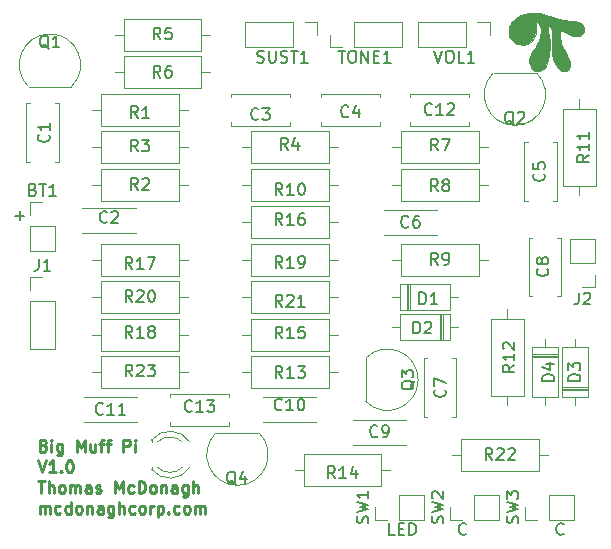
<source format=gbr>
%TF.GenerationSoftware,KiCad,Pcbnew,(5.1.7)-1*%
%TF.CreationDate,2020-10-26T21:29:28-05:00*%
%TF.ProjectId,MuffPi,4d756666-5069-42e6-9b69-6361645f7063,rev?*%
%TF.SameCoordinates,Original*%
%TF.FileFunction,Legend,Top*%
%TF.FilePolarity,Positive*%
%FSLAX46Y46*%
G04 Gerber Fmt 4.6, Leading zero omitted, Abs format (unit mm)*
G04 Created by KiCad (PCBNEW (5.1.7)-1) date 2020-10-26 21:29:28*
%MOMM*%
%LPD*%
G01*
G04 APERTURE LIST*
%ADD10C,0.150000*%
%ADD11C,0.250000*%
%ADD12C,0.010000*%
%ADD13C,0.120000*%
G04 APERTURE END LIST*
D10*
X104394047Y-81986428D02*
X105155952Y-81986428D01*
X104775000Y-82367380D02*
X104775000Y-81605476D01*
X150804523Y-108942142D02*
X150756904Y-108989761D01*
X150614047Y-109037380D01*
X150518809Y-109037380D01*
X150375952Y-108989761D01*
X150280714Y-108894523D01*
X150233095Y-108799285D01*
X150185476Y-108608809D01*
X150185476Y-108465952D01*
X150233095Y-108275476D01*
X150280714Y-108180238D01*
X150375952Y-108085000D01*
X150518809Y-108037380D01*
X150614047Y-108037380D01*
X150756904Y-108085000D01*
X150804523Y-108132619D01*
X142549523Y-108942142D02*
X142501904Y-108989761D01*
X142359047Y-109037380D01*
X142263809Y-109037380D01*
X142120952Y-108989761D01*
X142025714Y-108894523D01*
X141978095Y-108799285D01*
X141930476Y-108608809D01*
X141930476Y-108465952D01*
X141978095Y-108275476D01*
X142025714Y-108180238D01*
X142120952Y-108085000D01*
X142263809Y-108037380D01*
X142359047Y-108037380D01*
X142501904Y-108085000D01*
X142549523Y-108132619D01*
X136517142Y-109037380D02*
X136040952Y-109037380D01*
X136040952Y-108037380D01*
X136850476Y-108513571D02*
X137183809Y-108513571D01*
X137326666Y-109037380D02*
X136850476Y-109037380D01*
X136850476Y-108037380D01*
X137326666Y-108037380D01*
X137755238Y-109037380D02*
X137755238Y-108037380D01*
X137993333Y-108037380D01*
X138136190Y-108085000D01*
X138231428Y-108180238D01*
X138279047Y-108275476D01*
X138326666Y-108465952D01*
X138326666Y-108608809D01*
X138279047Y-108799285D01*
X138231428Y-108894523D01*
X138136190Y-108989761D01*
X137993333Y-109037380D01*
X137755238Y-109037380D01*
D11*
X106778928Y-101443571D02*
X106921785Y-101491190D01*
X106969404Y-101538809D01*
X107017023Y-101634047D01*
X107017023Y-101776904D01*
X106969404Y-101872142D01*
X106921785Y-101919761D01*
X106826547Y-101967380D01*
X106445595Y-101967380D01*
X106445595Y-100967380D01*
X106778928Y-100967380D01*
X106874166Y-101015000D01*
X106921785Y-101062619D01*
X106969404Y-101157857D01*
X106969404Y-101253095D01*
X106921785Y-101348333D01*
X106874166Y-101395952D01*
X106778928Y-101443571D01*
X106445595Y-101443571D01*
X107445595Y-101967380D02*
X107445595Y-101300714D01*
X107445595Y-100967380D02*
X107397976Y-101015000D01*
X107445595Y-101062619D01*
X107493214Y-101015000D01*
X107445595Y-100967380D01*
X107445595Y-101062619D01*
X108350357Y-101300714D02*
X108350357Y-102110238D01*
X108302738Y-102205476D01*
X108255119Y-102253095D01*
X108159880Y-102300714D01*
X108017023Y-102300714D01*
X107921785Y-102253095D01*
X108350357Y-101919761D02*
X108255119Y-101967380D01*
X108064642Y-101967380D01*
X107969404Y-101919761D01*
X107921785Y-101872142D01*
X107874166Y-101776904D01*
X107874166Y-101491190D01*
X107921785Y-101395952D01*
X107969404Y-101348333D01*
X108064642Y-101300714D01*
X108255119Y-101300714D01*
X108350357Y-101348333D01*
X109588452Y-101967380D02*
X109588452Y-100967380D01*
X109921785Y-101681666D01*
X110255119Y-100967380D01*
X110255119Y-101967380D01*
X111159880Y-101300714D02*
X111159880Y-101967380D01*
X110731309Y-101300714D02*
X110731309Y-101824523D01*
X110778928Y-101919761D01*
X110874166Y-101967380D01*
X111017023Y-101967380D01*
X111112261Y-101919761D01*
X111159880Y-101872142D01*
X111493214Y-101300714D02*
X111874166Y-101300714D01*
X111636071Y-101967380D02*
X111636071Y-101110238D01*
X111683690Y-101015000D01*
X111778928Y-100967380D01*
X111874166Y-100967380D01*
X112064642Y-101300714D02*
X112445595Y-101300714D01*
X112207500Y-101967380D02*
X112207500Y-101110238D01*
X112255119Y-101015000D01*
X112350357Y-100967380D01*
X112445595Y-100967380D01*
X113540833Y-101967380D02*
X113540833Y-100967380D01*
X113921785Y-100967380D01*
X114017023Y-101015000D01*
X114064642Y-101062619D01*
X114112261Y-101157857D01*
X114112261Y-101300714D01*
X114064642Y-101395952D01*
X114017023Y-101443571D01*
X113921785Y-101491190D01*
X113540833Y-101491190D01*
X114540833Y-101967380D02*
X114540833Y-101300714D01*
X114540833Y-100967380D02*
X114493214Y-101015000D01*
X114540833Y-101062619D01*
X114588452Y-101015000D01*
X114540833Y-100967380D01*
X114540833Y-101062619D01*
X106302738Y-102717380D02*
X106636071Y-103717380D01*
X106969404Y-102717380D01*
X107826547Y-103717380D02*
X107255119Y-103717380D01*
X107540833Y-103717380D02*
X107540833Y-102717380D01*
X107445595Y-102860238D01*
X107350357Y-102955476D01*
X107255119Y-103003095D01*
X108255119Y-103622142D02*
X108302738Y-103669761D01*
X108255119Y-103717380D01*
X108207500Y-103669761D01*
X108255119Y-103622142D01*
X108255119Y-103717380D01*
X108921785Y-102717380D02*
X109017023Y-102717380D01*
X109112261Y-102765000D01*
X109159880Y-102812619D01*
X109207500Y-102907857D01*
X109255119Y-103098333D01*
X109255119Y-103336428D01*
X109207500Y-103526904D01*
X109159880Y-103622142D01*
X109112261Y-103669761D01*
X109017023Y-103717380D01*
X108921785Y-103717380D01*
X108826547Y-103669761D01*
X108778928Y-103622142D01*
X108731309Y-103526904D01*
X108683690Y-103336428D01*
X108683690Y-103098333D01*
X108731309Y-102907857D01*
X108778928Y-102812619D01*
X108826547Y-102765000D01*
X108921785Y-102717380D01*
X106302738Y-104467380D02*
X106874166Y-104467380D01*
X106588452Y-105467380D02*
X106588452Y-104467380D01*
X107207500Y-105467380D02*
X107207500Y-104467380D01*
X107636071Y-105467380D02*
X107636071Y-104943571D01*
X107588452Y-104848333D01*
X107493214Y-104800714D01*
X107350357Y-104800714D01*
X107255119Y-104848333D01*
X107207500Y-104895952D01*
X108255119Y-105467380D02*
X108159880Y-105419761D01*
X108112261Y-105372142D01*
X108064642Y-105276904D01*
X108064642Y-104991190D01*
X108112261Y-104895952D01*
X108159880Y-104848333D01*
X108255119Y-104800714D01*
X108397976Y-104800714D01*
X108493214Y-104848333D01*
X108540833Y-104895952D01*
X108588452Y-104991190D01*
X108588452Y-105276904D01*
X108540833Y-105372142D01*
X108493214Y-105419761D01*
X108397976Y-105467380D01*
X108255119Y-105467380D01*
X109017023Y-105467380D02*
X109017023Y-104800714D01*
X109017023Y-104895952D02*
X109064642Y-104848333D01*
X109159880Y-104800714D01*
X109302738Y-104800714D01*
X109397976Y-104848333D01*
X109445595Y-104943571D01*
X109445595Y-105467380D01*
X109445595Y-104943571D02*
X109493214Y-104848333D01*
X109588452Y-104800714D01*
X109731309Y-104800714D01*
X109826547Y-104848333D01*
X109874166Y-104943571D01*
X109874166Y-105467380D01*
X110778928Y-105467380D02*
X110778928Y-104943571D01*
X110731309Y-104848333D01*
X110636071Y-104800714D01*
X110445595Y-104800714D01*
X110350357Y-104848333D01*
X110778928Y-105419761D02*
X110683690Y-105467380D01*
X110445595Y-105467380D01*
X110350357Y-105419761D01*
X110302738Y-105324523D01*
X110302738Y-105229285D01*
X110350357Y-105134047D01*
X110445595Y-105086428D01*
X110683690Y-105086428D01*
X110778928Y-105038809D01*
X111207500Y-105419761D02*
X111302738Y-105467380D01*
X111493214Y-105467380D01*
X111588452Y-105419761D01*
X111636071Y-105324523D01*
X111636071Y-105276904D01*
X111588452Y-105181666D01*
X111493214Y-105134047D01*
X111350357Y-105134047D01*
X111255119Y-105086428D01*
X111207500Y-104991190D01*
X111207500Y-104943571D01*
X111255119Y-104848333D01*
X111350357Y-104800714D01*
X111493214Y-104800714D01*
X111588452Y-104848333D01*
X112826547Y-105467380D02*
X112826547Y-104467380D01*
X113159880Y-105181666D01*
X113493214Y-104467380D01*
X113493214Y-105467380D01*
X114397976Y-105419761D02*
X114302738Y-105467380D01*
X114112261Y-105467380D01*
X114017023Y-105419761D01*
X113969404Y-105372142D01*
X113921785Y-105276904D01*
X113921785Y-104991190D01*
X113969404Y-104895952D01*
X114017023Y-104848333D01*
X114112261Y-104800714D01*
X114302738Y-104800714D01*
X114397976Y-104848333D01*
X114826547Y-105467380D02*
X114826547Y-104467380D01*
X115064642Y-104467380D01*
X115207500Y-104515000D01*
X115302738Y-104610238D01*
X115350357Y-104705476D01*
X115397976Y-104895952D01*
X115397976Y-105038809D01*
X115350357Y-105229285D01*
X115302738Y-105324523D01*
X115207500Y-105419761D01*
X115064642Y-105467380D01*
X114826547Y-105467380D01*
X115969404Y-105467380D02*
X115874166Y-105419761D01*
X115826547Y-105372142D01*
X115778928Y-105276904D01*
X115778928Y-104991190D01*
X115826547Y-104895952D01*
X115874166Y-104848333D01*
X115969404Y-104800714D01*
X116112261Y-104800714D01*
X116207500Y-104848333D01*
X116255119Y-104895952D01*
X116302738Y-104991190D01*
X116302738Y-105276904D01*
X116255119Y-105372142D01*
X116207500Y-105419761D01*
X116112261Y-105467380D01*
X115969404Y-105467380D01*
X116731309Y-104800714D02*
X116731309Y-105467380D01*
X116731309Y-104895952D02*
X116778928Y-104848333D01*
X116874166Y-104800714D01*
X117017023Y-104800714D01*
X117112261Y-104848333D01*
X117159880Y-104943571D01*
X117159880Y-105467380D01*
X118064642Y-105467380D02*
X118064642Y-104943571D01*
X118017023Y-104848333D01*
X117921785Y-104800714D01*
X117731309Y-104800714D01*
X117636071Y-104848333D01*
X118064642Y-105419761D02*
X117969404Y-105467380D01*
X117731309Y-105467380D01*
X117636071Y-105419761D01*
X117588452Y-105324523D01*
X117588452Y-105229285D01*
X117636071Y-105134047D01*
X117731309Y-105086428D01*
X117969404Y-105086428D01*
X118064642Y-105038809D01*
X118969404Y-104800714D02*
X118969404Y-105610238D01*
X118921785Y-105705476D01*
X118874166Y-105753095D01*
X118778928Y-105800714D01*
X118636071Y-105800714D01*
X118540833Y-105753095D01*
X118969404Y-105419761D02*
X118874166Y-105467380D01*
X118683690Y-105467380D01*
X118588452Y-105419761D01*
X118540833Y-105372142D01*
X118493214Y-105276904D01*
X118493214Y-104991190D01*
X118540833Y-104895952D01*
X118588452Y-104848333D01*
X118683690Y-104800714D01*
X118874166Y-104800714D01*
X118969404Y-104848333D01*
X119445595Y-105467380D02*
X119445595Y-104467380D01*
X119874166Y-105467380D02*
X119874166Y-104943571D01*
X119826547Y-104848333D01*
X119731309Y-104800714D01*
X119588452Y-104800714D01*
X119493214Y-104848333D01*
X119445595Y-104895952D01*
X106445595Y-107217380D02*
X106445595Y-106550714D01*
X106445595Y-106645952D02*
X106493214Y-106598333D01*
X106588452Y-106550714D01*
X106731309Y-106550714D01*
X106826547Y-106598333D01*
X106874166Y-106693571D01*
X106874166Y-107217380D01*
X106874166Y-106693571D02*
X106921785Y-106598333D01*
X107017023Y-106550714D01*
X107159880Y-106550714D01*
X107255119Y-106598333D01*
X107302738Y-106693571D01*
X107302738Y-107217380D01*
X108207500Y-107169761D02*
X108112261Y-107217380D01*
X107921785Y-107217380D01*
X107826547Y-107169761D01*
X107778928Y-107122142D01*
X107731309Y-107026904D01*
X107731309Y-106741190D01*
X107778928Y-106645952D01*
X107826547Y-106598333D01*
X107921785Y-106550714D01*
X108112261Y-106550714D01*
X108207500Y-106598333D01*
X109064642Y-107217380D02*
X109064642Y-106217380D01*
X109064642Y-107169761D02*
X108969404Y-107217380D01*
X108778928Y-107217380D01*
X108683690Y-107169761D01*
X108636071Y-107122142D01*
X108588452Y-107026904D01*
X108588452Y-106741190D01*
X108636071Y-106645952D01*
X108683690Y-106598333D01*
X108778928Y-106550714D01*
X108969404Y-106550714D01*
X109064642Y-106598333D01*
X109683690Y-107217380D02*
X109588452Y-107169761D01*
X109540833Y-107122142D01*
X109493214Y-107026904D01*
X109493214Y-106741190D01*
X109540833Y-106645952D01*
X109588452Y-106598333D01*
X109683690Y-106550714D01*
X109826547Y-106550714D01*
X109921785Y-106598333D01*
X109969404Y-106645952D01*
X110017023Y-106741190D01*
X110017023Y-107026904D01*
X109969404Y-107122142D01*
X109921785Y-107169761D01*
X109826547Y-107217380D01*
X109683690Y-107217380D01*
X110445595Y-106550714D02*
X110445595Y-107217380D01*
X110445595Y-106645952D02*
X110493214Y-106598333D01*
X110588452Y-106550714D01*
X110731309Y-106550714D01*
X110826547Y-106598333D01*
X110874166Y-106693571D01*
X110874166Y-107217380D01*
X111778928Y-107217380D02*
X111778928Y-106693571D01*
X111731309Y-106598333D01*
X111636071Y-106550714D01*
X111445595Y-106550714D01*
X111350357Y-106598333D01*
X111778928Y-107169761D02*
X111683690Y-107217380D01*
X111445595Y-107217380D01*
X111350357Y-107169761D01*
X111302738Y-107074523D01*
X111302738Y-106979285D01*
X111350357Y-106884047D01*
X111445595Y-106836428D01*
X111683690Y-106836428D01*
X111778928Y-106788809D01*
X112683690Y-106550714D02*
X112683690Y-107360238D01*
X112636071Y-107455476D01*
X112588452Y-107503095D01*
X112493214Y-107550714D01*
X112350357Y-107550714D01*
X112255119Y-107503095D01*
X112683690Y-107169761D02*
X112588452Y-107217380D01*
X112397976Y-107217380D01*
X112302738Y-107169761D01*
X112255119Y-107122142D01*
X112207500Y-107026904D01*
X112207500Y-106741190D01*
X112255119Y-106645952D01*
X112302738Y-106598333D01*
X112397976Y-106550714D01*
X112588452Y-106550714D01*
X112683690Y-106598333D01*
X113159880Y-107217380D02*
X113159880Y-106217380D01*
X113588452Y-107217380D02*
X113588452Y-106693571D01*
X113540833Y-106598333D01*
X113445595Y-106550714D01*
X113302738Y-106550714D01*
X113207500Y-106598333D01*
X113159880Y-106645952D01*
X114493214Y-107169761D02*
X114397976Y-107217380D01*
X114207500Y-107217380D01*
X114112261Y-107169761D01*
X114064642Y-107122142D01*
X114017023Y-107026904D01*
X114017023Y-106741190D01*
X114064642Y-106645952D01*
X114112261Y-106598333D01*
X114207500Y-106550714D01*
X114397976Y-106550714D01*
X114493214Y-106598333D01*
X115064642Y-107217380D02*
X114969404Y-107169761D01*
X114921785Y-107122142D01*
X114874166Y-107026904D01*
X114874166Y-106741190D01*
X114921785Y-106645952D01*
X114969404Y-106598333D01*
X115064642Y-106550714D01*
X115207500Y-106550714D01*
X115302738Y-106598333D01*
X115350357Y-106645952D01*
X115397976Y-106741190D01*
X115397976Y-107026904D01*
X115350357Y-107122142D01*
X115302738Y-107169761D01*
X115207500Y-107217380D01*
X115064642Y-107217380D01*
X115826547Y-107217380D02*
X115826547Y-106550714D01*
X115826547Y-106741190D02*
X115874166Y-106645952D01*
X115921785Y-106598333D01*
X116017023Y-106550714D01*
X116112261Y-106550714D01*
X116445595Y-106550714D02*
X116445595Y-107550714D01*
X116445595Y-106598333D02*
X116540833Y-106550714D01*
X116731309Y-106550714D01*
X116826547Y-106598333D01*
X116874166Y-106645952D01*
X116921785Y-106741190D01*
X116921785Y-107026904D01*
X116874166Y-107122142D01*
X116826547Y-107169761D01*
X116731309Y-107217380D01*
X116540833Y-107217380D01*
X116445595Y-107169761D01*
X117350357Y-107122142D02*
X117397976Y-107169761D01*
X117350357Y-107217380D01*
X117302738Y-107169761D01*
X117350357Y-107122142D01*
X117350357Y-107217380D01*
X118255119Y-107169761D02*
X118159880Y-107217380D01*
X117969404Y-107217380D01*
X117874166Y-107169761D01*
X117826547Y-107122142D01*
X117778928Y-107026904D01*
X117778928Y-106741190D01*
X117826547Y-106645952D01*
X117874166Y-106598333D01*
X117969404Y-106550714D01*
X118159880Y-106550714D01*
X118255119Y-106598333D01*
X118826547Y-107217380D02*
X118731309Y-107169761D01*
X118683690Y-107122142D01*
X118636071Y-107026904D01*
X118636071Y-106741190D01*
X118683690Y-106645952D01*
X118731309Y-106598333D01*
X118826547Y-106550714D01*
X118969404Y-106550714D01*
X119064642Y-106598333D01*
X119112261Y-106645952D01*
X119159880Y-106741190D01*
X119159880Y-107026904D01*
X119112261Y-107122142D01*
X119064642Y-107169761D01*
X118969404Y-107217380D01*
X118826547Y-107217380D01*
X119588452Y-107217380D02*
X119588452Y-106550714D01*
X119588452Y-106645952D02*
X119636071Y-106598333D01*
X119731309Y-106550714D01*
X119874166Y-106550714D01*
X119969404Y-106598333D01*
X120017023Y-106693571D01*
X120017023Y-107217380D01*
X120017023Y-106693571D02*
X120064642Y-106598333D01*
X120159880Y-106550714D01*
X120302738Y-106550714D01*
X120397976Y-106598333D01*
X120445595Y-106693571D01*
X120445595Y-107217380D01*
D12*
%TO.C,G\u002A\u002A\u002A*%
G36*
X148572011Y-64827252D02*
G01*
X148785239Y-64861540D01*
X149022820Y-64916119D01*
X149293183Y-64992631D01*
X149604754Y-65092722D01*
X149943768Y-65210143D01*
X150410279Y-65356176D01*
X150860089Y-65454992D01*
X151313580Y-65510918D01*
X151384000Y-65515928D01*
X151714964Y-65549665D01*
X151987935Y-65605107D01*
X152205046Y-65683533D01*
X152368428Y-65786225D01*
X152480215Y-65914464D01*
X152542539Y-66069532D01*
X152558227Y-66221297D01*
X152529213Y-66403609D01*
X152447014Y-66556789D01*
X152316885Y-66676552D01*
X152144080Y-66758609D01*
X151933852Y-66798676D01*
X151846512Y-66802000D01*
X151628976Y-66788268D01*
X151433443Y-66742624D01*
X151239030Y-66658397D01*
X151055926Y-66549442D01*
X150888153Y-66441978D01*
X150764657Y-66368320D01*
X150678309Y-66324994D01*
X150621982Y-66308523D01*
X150588551Y-66315433D01*
X150583987Y-66319312D01*
X150556756Y-66378207D01*
X150535684Y-66484392D01*
X150521972Y-66621854D01*
X150516820Y-66774577D01*
X150521427Y-66926546D01*
X150531151Y-67024250D01*
X150566314Y-67210091D01*
X150623814Y-67404360D01*
X150707781Y-67617559D01*
X150822342Y-67860187D01*
X150969152Y-68138234D01*
X151133446Y-68458445D01*
X151251944Y-68738045D01*
X151325035Y-68980003D01*
X151353108Y-69187290D01*
X151336551Y-69362875D01*
X151275752Y-69509728D01*
X151171100Y-69630818D01*
X151165081Y-69635949D01*
X151012134Y-69730625D01*
X150851077Y-69763160D01*
X150680259Y-69733559D01*
X150498029Y-69641826D01*
X150491200Y-69637341D01*
X150350426Y-69516759D01*
X150211553Y-69348746D01*
X150084194Y-69148905D01*
X149977962Y-68932836D01*
X149902470Y-68716139D01*
X149888567Y-68659375D01*
X149872943Y-68550561D01*
X149860752Y-68386856D01*
X149852127Y-68176785D01*
X149847197Y-67928872D01*
X149846096Y-67651640D01*
X149848955Y-67353612D01*
X149855904Y-67043314D01*
X149861127Y-66881375D01*
X149865275Y-66664849D01*
X149858415Y-66497834D01*
X149837930Y-66366900D01*
X149801206Y-66258615D01*
X149745628Y-66159547D01*
X149711081Y-66110784D01*
X149641532Y-66031132D01*
X149566583Y-65965264D01*
X149501373Y-65924586D01*
X149461045Y-65920502D01*
X149459863Y-65921553D01*
X149458249Y-65957642D01*
X149466260Y-66043736D01*
X149482429Y-66167315D01*
X149505293Y-66315858D01*
X149507736Y-66330666D01*
X149574255Y-66788722D01*
X149613536Y-67202054D01*
X149626316Y-67582945D01*
X149613331Y-67943679D01*
X149608288Y-68007733D01*
X149564204Y-68413178D01*
X149505269Y-68759490D01*
X149429957Y-69049621D01*
X149336742Y-69286527D01*
X149224095Y-69473159D01*
X149090492Y-69612472D01*
X148934405Y-69707419D01*
X148754307Y-69760952D01*
X148697793Y-69769104D01*
X148536744Y-69768754D01*
X148423600Y-69742899D01*
X148252498Y-69660056D01*
X148121787Y-69548361D01*
X148022986Y-69397477D01*
X147947617Y-69197067D01*
X147933338Y-69145305D01*
X147903581Y-69016344D01*
X147894000Y-68916875D01*
X147903279Y-68816637D01*
X147916116Y-68749395D01*
X147961196Y-68589298D01*
X148036026Y-68401923D01*
X148143351Y-68181555D01*
X148285918Y-67922478D01*
X148431352Y-67676634D01*
X148581194Y-67417469D01*
X148693800Y-67191740D01*
X148774060Y-66985367D01*
X148826861Y-66784266D01*
X148857090Y-66574358D01*
X148867182Y-66421000D01*
X148872358Y-66268856D01*
X148871219Y-66162232D01*
X148861084Y-66083248D01*
X148839274Y-66014027D01*
X148803105Y-65936693D01*
X148791010Y-65913033D01*
X148714854Y-65794544D01*
X148622330Y-65693233D01*
X148527951Y-65622440D01*
X148446229Y-65595502D01*
X148445537Y-65595500D01*
X148424133Y-65607922D01*
X148426068Y-65654120D01*
X148447148Y-65733173D01*
X148504431Y-66015058D01*
X148510575Y-66296982D01*
X148468874Y-66570186D01*
X148382622Y-66825910D01*
X148255113Y-67055395D01*
X148089642Y-67249883D01*
X147889501Y-67400613D01*
X147803225Y-67445433D01*
X147657190Y-67490179D01*
X147471544Y-67514759D01*
X147266871Y-67519227D01*
X147063755Y-67503634D01*
X146882779Y-67468035D01*
X146807329Y-67442871D01*
X146587056Y-67324037D01*
X146409922Y-67165058D01*
X146277014Y-66973370D01*
X146189419Y-66756408D01*
X146148224Y-66521608D01*
X146154517Y-66276406D01*
X146209383Y-66028236D01*
X146313910Y-65784535D01*
X146469186Y-65552739D01*
X146521969Y-65490910D01*
X146712935Y-65317748D01*
X146954651Y-65161659D01*
X147235483Y-65027871D01*
X147543797Y-64921608D01*
X147867958Y-64848097D01*
X147994177Y-64829676D01*
X148184907Y-64812964D01*
X148374710Y-64811608D01*
X148572011Y-64827252D01*
G37*
X148572011Y-64827252D02*
X148785239Y-64861540D01*
X149022820Y-64916119D01*
X149293183Y-64992631D01*
X149604754Y-65092722D01*
X149943768Y-65210143D01*
X150410279Y-65356176D01*
X150860089Y-65454992D01*
X151313580Y-65510918D01*
X151384000Y-65515928D01*
X151714964Y-65549665D01*
X151987935Y-65605107D01*
X152205046Y-65683533D01*
X152368428Y-65786225D01*
X152480215Y-65914464D01*
X152542539Y-66069532D01*
X152558227Y-66221297D01*
X152529213Y-66403609D01*
X152447014Y-66556789D01*
X152316885Y-66676552D01*
X152144080Y-66758609D01*
X151933852Y-66798676D01*
X151846512Y-66802000D01*
X151628976Y-66788268D01*
X151433443Y-66742624D01*
X151239030Y-66658397D01*
X151055926Y-66549442D01*
X150888153Y-66441978D01*
X150764657Y-66368320D01*
X150678309Y-66324994D01*
X150621982Y-66308523D01*
X150588551Y-66315433D01*
X150583987Y-66319312D01*
X150556756Y-66378207D01*
X150535684Y-66484392D01*
X150521972Y-66621854D01*
X150516820Y-66774577D01*
X150521427Y-66926546D01*
X150531151Y-67024250D01*
X150566314Y-67210091D01*
X150623814Y-67404360D01*
X150707781Y-67617559D01*
X150822342Y-67860187D01*
X150969152Y-68138234D01*
X151133446Y-68458445D01*
X151251944Y-68738045D01*
X151325035Y-68980003D01*
X151353108Y-69187290D01*
X151336551Y-69362875D01*
X151275752Y-69509728D01*
X151171100Y-69630818D01*
X151165081Y-69635949D01*
X151012134Y-69730625D01*
X150851077Y-69763160D01*
X150680259Y-69733559D01*
X150498029Y-69641826D01*
X150491200Y-69637341D01*
X150350426Y-69516759D01*
X150211553Y-69348746D01*
X150084194Y-69148905D01*
X149977962Y-68932836D01*
X149902470Y-68716139D01*
X149888567Y-68659375D01*
X149872943Y-68550561D01*
X149860752Y-68386856D01*
X149852127Y-68176785D01*
X149847197Y-67928872D01*
X149846096Y-67651640D01*
X149848955Y-67353612D01*
X149855904Y-67043314D01*
X149861127Y-66881375D01*
X149865275Y-66664849D01*
X149858415Y-66497834D01*
X149837930Y-66366900D01*
X149801206Y-66258615D01*
X149745628Y-66159547D01*
X149711081Y-66110784D01*
X149641532Y-66031132D01*
X149566583Y-65965264D01*
X149501373Y-65924586D01*
X149461045Y-65920502D01*
X149459863Y-65921553D01*
X149458249Y-65957642D01*
X149466260Y-66043736D01*
X149482429Y-66167315D01*
X149505293Y-66315858D01*
X149507736Y-66330666D01*
X149574255Y-66788722D01*
X149613536Y-67202054D01*
X149626316Y-67582945D01*
X149613331Y-67943679D01*
X149608288Y-68007733D01*
X149564204Y-68413178D01*
X149505269Y-68759490D01*
X149429957Y-69049621D01*
X149336742Y-69286527D01*
X149224095Y-69473159D01*
X149090492Y-69612472D01*
X148934405Y-69707419D01*
X148754307Y-69760952D01*
X148697793Y-69769104D01*
X148536744Y-69768754D01*
X148423600Y-69742899D01*
X148252498Y-69660056D01*
X148121787Y-69548361D01*
X148022986Y-69397477D01*
X147947617Y-69197067D01*
X147933338Y-69145305D01*
X147903581Y-69016344D01*
X147894000Y-68916875D01*
X147903279Y-68816637D01*
X147916116Y-68749395D01*
X147961196Y-68589298D01*
X148036026Y-68401923D01*
X148143351Y-68181555D01*
X148285918Y-67922478D01*
X148431352Y-67676634D01*
X148581194Y-67417469D01*
X148693800Y-67191740D01*
X148774060Y-66985367D01*
X148826861Y-66784266D01*
X148857090Y-66574358D01*
X148867182Y-66421000D01*
X148872358Y-66268856D01*
X148871219Y-66162232D01*
X148861084Y-66083248D01*
X148839274Y-66014027D01*
X148803105Y-65936693D01*
X148791010Y-65913033D01*
X148714854Y-65794544D01*
X148622330Y-65693233D01*
X148527951Y-65622440D01*
X148446229Y-65595502D01*
X148445537Y-65595500D01*
X148424133Y-65607922D01*
X148426068Y-65654120D01*
X148447148Y-65733173D01*
X148504431Y-66015058D01*
X148510575Y-66296982D01*
X148468874Y-66570186D01*
X148382622Y-66825910D01*
X148255113Y-67055395D01*
X148089642Y-67249883D01*
X147889501Y-67400613D01*
X147803225Y-67445433D01*
X147657190Y-67490179D01*
X147471544Y-67514759D01*
X147266871Y-67519227D01*
X147063755Y-67503634D01*
X146882779Y-67468035D01*
X146807329Y-67442871D01*
X146587056Y-67324037D01*
X146409922Y-67165058D01*
X146277014Y-66973370D01*
X146189419Y-66756408D01*
X146148224Y-66521608D01*
X146154517Y-66276406D01*
X146209383Y-66028236D01*
X146313910Y-65784535D01*
X146469186Y-65552739D01*
X146521969Y-65490910D01*
X146712935Y-65317748D01*
X146954651Y-65161659D01*
X147235483Y-65027871D01*
X147543797Y-64921608D01*
X147867958Y-64848097D01*
X147994177Y-64829676D01*
X148184907Y-64812964D01*
X148374710Y-64811608D01*
X148572011Y-64827252D01*
D13*
%TO.C,SW3*%
X147530000Y-107740000D02*
X147530000Y-106680000D01*
X148590000Y-107740000D02*
X147530000Y-107740000D01*
X149590000Y-107740000D02*
X149590000Y-105620000D01*
X149590000Y-105620000D02*
X151650000Y-105620000D01*
X149590000Y-107740000D02*
X151650000Y-107740000D01*
X151650000Y-107740000D02*
X151650000Y-105620000D01*
%TO.C,R20*%
X110895000Y-88900000D02*
X111665000Y-88900000D01*
X118975000Y-88900000D02*
X118205000Y-88900000D01*
X111665000Y-90270000D02*
X118205000Y-90270000D01*
X111665000Y-87530000D02*
X111665000Y-90270000D01*
X118205000Y-87530000D02*
X111665000Y-87530000D01*
X118205000Y-90270000D02*
X118205000Y-87530000D01*
%TO.C,BT1*%
X105620000Y-80855000D02*
X106680000Y-80855000D01*
X105620000Y-81915000D02*
X105620000Y-80855000D01*
X105620000Y-82915000D02*
X107740000Y-82915000D01*
X107740000Y-82915000D02*
X107740000Y-84975000D01*
X105620000Y-82915000D02*
X105620000Y-84975000D01*
X105620000Y-84975000D02*
X107740000Y-84975000D01*
%TO.C,C1*%
X107735000Y-72500000D02*
X108050000Y-72500000D01*
X105310000Y-72500000D02*
X105625000Y-72500000D01*
X107735000Y-77440000D02*
X108050000Y-77440000D01*
X105310000Y-77440000D02*
X105625000Y-77440000D01*
X108050000Y-77440000D02*
X108050000Y-72500000D01*
X105310000Y-77440000D02*
X105310000Y-72500000D01*
%TO.C,C2*%
X114578000Y-83493000D02*
X110038000Y-83493000D01*
X114578000Y-81353000D02*
X110038000Y-81353000D01*
X114578000Y-83493000D02*
X114578000Y-83478000D01*
X114578000Y-81368000D02*
X114578000Y-81353000D01*
X110038000Y-83493000D02*
X110038000Y-83478000D01*
X110038000Y-81368000D02*
X110038000Y-81353000D01*
%TO.C,C3*%
X122665000Y-71970000D02*
X122665000Y-71655000D01*
X122665000Y-74395000D02*
X122665000Y-74080000D01*
X127605000Y-71970000D02*
X127605000Y-71655000D01*
X127605000Y-74395000D02*
X127605000Y-74080000D01*
X127605000Y-71655000D02*
X122665000Y-71655000D01*
X127605000Y-74395000D02*
X122665000Y-74395000D01*
%TO.C,C4*%
X130285000Y-71970000D02*
X130285000Y-71655000D01*
X130285000Y-74395000D02*
X130285000Y-74080000D01*
X135225000Y-71970000D02*
X135225000Y-71655000D01*
X135225000Y-74395000D02*
X135225000Y-74080000D01*
X135225000Y-71655000D02*
X130285000Y-71655000D01*
X135225000Y-74395000D02*
X130285000Y-74395000D01*
%TO.C,C5*%
X147474000Y-80742000D02*
X147474000Y-75802000D01*
X150214000Y-80742000D02*
X150214000Y-75802000D01*
X147474000Y-80742000D02*
X147789000Y-80742000D01*
X149899000Y-80742000D02*
X150214000Y-80742000D01*
X147474000Y-75802000D02*
X147789000Y-75802000D01*
X149899000Y-75802000D02*
X150214000Y-75802000D01*
%TO.C,C6*%
X135565000Y-81495000D02*
X135565000Y-81480000D01*
X135565000Y-83620000D02*
X135565000Y-83605000D01*
X140105000Y-81495000D02*
X140105000Y-81480000D01*
X140105000Y-83620000D02*
X140105000Y-83605000D01*
X140105000Y-81480000D02*
X135565000Y-81480000D01*
X140105000Y-83620000D02*
X135565000Y-83620000D01*
%TO.C,C7*%
X138965000Y-99030000D02*
X138965000Y-94090000D01*
X141705000Y-99030000D02*
X141705000Y-94090000D01*
X138965000Y-99030000D02*
X139280000Y-99030000D01*
X141390000Y-99030000D02*
X141705000Y-99030000D01*
X138965000Y-94090000D02*
X139280000Y-94090000D01*
X141390000Y-94090000D02*
X141705000Y-94090000D01*
%TO.C,C8*%
X148170000Y-88790000D02*
X147855000Y-88790000D01*
X150595000Y-88790000D02*
X150280000Y-88790000D01*
X148170000Y-83850000D02*
X147855000Y-83850000D01*
X150595000Y-83850000D02*
X150280000Y-83850000D01*
X147855000Y-83850000D02*
X147855000Y-88790000D01*
X150595000Y-83850000D02*
X150595000Y-88790000D01*
%TO.C,C9*%
X137485000Y-101385000D02*
X137485000Y-101400000D01*
X137485000Y-99260000D02*
X137485000Y-99275000D01*
X132945000Y-101385000D02*
X132945000Y-101400000D01*
X132945000Y-99260000D02*
X132945000Y-99275000D01*
X132945000Y-101400000D02*
X137485000Y-101400000D01*
X132945000Y-99260000D02*
X137485000Y-99260000D01*
%TO.C,C10*%
X125325000Y-97355000D02*
X129865000Y-97355000D01*
X125325000Y-99495000D02*
X129865000Y-99495000D01*
X125325000Y-97355000D02*
X125325000Y-97370000D01*
X125325000Y-99480000D02*
X125325000Y-99495000D01*
X129865000Y-97355000D02*
X129865000Y-97370000D01*
X129865000Y-99480000D02*
X129865000Y-99495000D01*
%TO.C,C11*%
X110165000Y-97370000D02*
X110165000Y-97355000D01*
X110165000Y-99495000D02*
X110165000Y-99480000D01*
X114705000Y-97370000D02*
X114705000Y-97355000D01*
X114705000Y-99495000D02*
X114705000Y-99480000D01*
X114705000Y-97355000D02*
X110165000Y-97355000D01*
X114705000Y-99495000D02*
X110165000Y-99495000D01*
%TO.C,C12*%
X137825000Y-71655000D02*
X142765000Y-71655000D01*
X137825000Y-74395000D02*
X142765000Y-74395000D01*
X137825000Y-71655000D02*
X137825000Y-71970000D01*
X137825000Y-74080000D02*
X137825000Y-74395000D01*
X142765000Y-71655000D02*
X142765000Y-71970000D01*
X142765000Y-74080000D02*
X142765000Y-74395000D01*
%TO.C,C13*%
X117505000Y-97055000D02*
X122445000Y-97055000D01*
X117505000Y-99795000D02*
X122445000Y-99795000D01*
X117505000Y-97055000D02*
X117505000Y-97370000D01*
X117505000Y-99480000D02*
X117505000Y-99795000D01*
X122445000Y-97055000D02*
X122445000Y-97370000D01*
X122445000Y-99480000D02*
X122445000Y-99795000D01*
%TO.C,D1*%
X136945000Y-87780000D02*
X136945000Y-90020000D01*
X136945000Y-90020000D02*
X141185000Y-90020000D01*
X141185000Y-90020000D02*
X141185000Y-87780000D01*
X141185000Y-87780000D02*
X136945000Y-87780000D01*
X136295000Y-88900000D02*
X136945000Y-88900000D01*
X141835000Y-88900000D02*
X141185000Y-88900000D01*
X137665000Y-87780000D02*
X137665000Y-90020000D01*
X137785000Y-87780000D02*
X137785000Y-90020000D01*
X137545000Y-87780000D02*
X137545000Y-90020000D01*
%TO.C,D2*%
X140585000Y-92560000D02*
X140585000Y-90320000D01*
X140345000Y-92560000D02*
X140345000Y-90320000D01*
X140465000Y-92560000D02*
X140465000Y-90320000D01*
X136295000Y-91440000D02*
X136945000Y-91440000D01*
X141835000Y-91440000D02*
X141185000Y-91440000D01*
X136945000Y-92560000D02*
X141185000Y-92560000D01*
X136945000Y-90320000D02*
X136945000Y-92560000D01*
X141185000Y-90320000D02*
X136945000Y-90320000D01*
X141185000Y-92560000D02*
X141185000Y-90320000D01*
%TO.C,D3*%
X150645000Y-97370000D02*
X152885000Y-97370000D01*
X152885000Y-97370000D02*
X152885000Y-93130000D01*
X152885000Y-93130000D02*
X150645000Y-93130000D01*
X150645000Y-93130000D02*
X150645000Y-97370000D01*
X151765000Y-98020000D02*
X151765000Y-97370000D01*
X151765000Y-92480000D02*
X151765000Y-93130000D01*
X150645000Y-96650000D02*
X152885000Y-96650000D01*
X150645000Y-96530000D02*
X152885000Y-96530000D01*
X150645000Y-96770000D02*
X152885000Y-96770000D01*
%TO.C,D4*%
X150345000Y-93730000D02*
X148105000Y-93730000D01*
X150345000Y-93970000D02*
X148105000Y-93970000D01*
X150345000Y-93850000D02*
X148105000Y-93850000D01*
X149225000Y-98020000D02*
X149225000Y-97370000D01*
X149225000Y-92480000D02*
X149225000Y-93130000D01*
X150345000Y-97370000D02*
X150345000Y-93130000D01*
X148105000Y-97370000D02*
X150345000Y-97370000D01*
X148105000Y-93130000D02*
X148105000Y-97370000D01*
X150345000Y-93130000D02*
X148105000Y-93130000D01*
%TO.C,D5*%
X115915000Y-103315000D02*
X115915000Y-103471000D01*
X115915000Y-100999000D02*
X115915000Y-101155000D01*
X119147335Y-101156392D02*
G75*
G03*
X115915000Y-100999484I-1672335J-1078608D01*
G01*
X119147335Y-103313608D02*
G75*
G02*
X115915000Y-103470516I-1672335J1078608D01*
G01*
X118516130Y-101155163D02*
G75*
G03*
X116434039Y-101155000I-1041130J-1079837D01*
G01*
X118516130Y-103314837D02*
G75*
G02*
X116434039Y-103315000I-1041130J1079837D01*
G01*
%TO.C,J1*%
X105620000Y-87205000D02*
X106680000Y-87205000D01*
X105620000Y-88265000D02*
X105620000Y-87205000D01*
X105620000Y-89265000D02*
X107740000Y-89265000D01*
X107740000Y-89265000D02*
X107740000Y-93325000D01*
X105620000Y-89265000D02*
X105620000Y-93325000D01*
X105620000Y-93325000D02*
X107740000Y-93325000D01*
%TO.C,J2*%
X153460000Y-88055000D02*
X152400000Y-88055000D01*
X153460000Y-86995000D02*
X153460000Y-88055000D01*
X153460000Y-85995000D02*
X151340000Y-85995000D01*
X151340000Y-85995000D02*
X151340000Y-83935000D01*
X153460000Y-85995000D02*
X153460000Y-83935000D01*
X153460000Y-83935000D02*
X151340000Y-83935000D01*
%TO.C,Q1*%
X105515000Y-71065000D02*
X109115000Y-71065000D01*
X105476522Y-71053478D02*
G75*
G02*
X107315000Y-66615000I1838478J1838478D01*
G01*
X109153478Y-71053478D02*
G75*
G03*
X107315000Y-66615000I-1838478J1838478D01*
G01*
%TO.C,Q2*%
X148485000Y-69905000D02*
X144885000Y-69905000D01*
X144846522Y-69916522D02*
G75*
G03*
X146685000Y-74355000I1838478J-1838478D01*
G01*
X148523478Y-69916522D02*
G75*
G02*
X146685000Y-74355000I-1838478J-1838478D01*
G01*
%TO.C,Q3*%
X134040000Y-94085000D02*
X134040000Y-97685000D01*
X134051522Y-97723478D02*
G75*
G03*
X138490000Y-95885000I1838478J1838478D01*
G01*
X134051522Y-94046522D02*
G75*
G02*
X138490000Y-95885000I1838478J-1838478D01*
G01*
%TO.C,Q4*%
X124990000Y-100385000D02*
X121390000Y-100385000D01*
X125028478Y-100396522D02*
G75*
G02*
X123190000Y-104835000I-1838478J-1838478D01*
G01*
X121351522Y-100396522D02*
G75*
G03*
X123190000Y-104835000I1838478J-1838478D01*
G01*
%TO.C,R1*%
X111665000Y-71655000D02*
X111665000Y-74395000D01*
X111665000Y-74395000D02*
X118205000Y-74395000D01*
X118205000Y-74395000D02*
X118205000Y-71655000D01*
X118205000Y-71655000D02*
X111665000Y-71655000D01*
X110895000Y-73025000D02*
X111665000Y-73025000D01*
X118975000Y-73025000D02*
X118205000Y-73025000D01*
%TO.C,R2*%
X118205000Y-80745000D02*
X118205000Y-78005000D01*
X118205000Y-78005000D02*
X111665000Y-78005000D01*
X111665000Y-78005000D02*
X111665000Y-80745000D01*
X111665000Y-80745000D02*
X118205000Y-80745000D01*
X118975000Y-79375000D02*
X118205000Y-79375000D01*
X110895000Y-79375000D02*
X111665000Y-79375000D01*
%TO.C,R3*%
X111665000Y-74830000D02*
X111665000Y-77570000D01*
X111665000Y-77570000D02*
X118205000Y-77570000D01*
X118205000Y-77570000D02*
X118205000Y-74830000D01*
X118205000Y-74830000D02*
X111665000Y-74830000D01*
X110895000Y-76200000D02*
X111665000Y-76200000D01*
X118975000Y-76200000D02*
X118205000Y-76200000D01*
%TO.C,R4*%
X124365000Y-74830000D02*
X124365000Y-77570000D01*
X124365000Y-77570000D02*
X130905000Y-77570000D01*
X130905000Y-77570000D02*
X130905000Y-74830000D01*
X130905000Y-74830000D02*
X124365000Y-74830000D01*
X123595000Y-76200000D02*
X124365000Y-76200000D01*
X131675000Y-76200000D02*
X130905000Y-76200000D01*
%TO.C,R5*%
X112800000Y-66675000D02*
X113570000Y-66675000D01*
X120880000Y-66675000D02*
X120110000Y-66675000D01*
X113570000Y-68045000D02*
X120110000Y-68045000D01*
X113570000Y-65305000D02*
X113570000Y-68045000D01*
X120110000Y-65305000D02*
X113570000Y-65305000D01*
X120110000Y-68045000D02*
X120110000Y-65305000D01*
%TO.C,R6*%
X120880000Y-69850000D02*
X120110000Y-69850000D01*
X112800000Y-69850000D02*
X113570000Y-69850000D01*
X120110000Y-68480000D02*
X113570000Y-68480000D01*
X120110000Y-71220000D02*
X120110000Y-68480000D01*
X113570000Y-71220000D02*
X120110000Y-71220000D01*
X113570000Y-68480000D02*
X113570000Y-71220000D01*
%TO.C,R7*%
X144375000Y-76200000D02*
X143605000Y-76200000D01*
X136295000Y-76200000D02*
X137065000Y-76200000D01*
X143605000Y-74830000D02*
X137065000Y-74830000D01*
X143605000Y-77570000D02*
X143605000Y-74830000D01*
X137065000Y-77570000D02*
X143605000Y-77570000D01*
X137065000Y-74830000D02*
X137065000Y-77570000D01*
%TO.C,R8*%
X143605000Y-80745000D02*
X143605000Y-78005000D01*
X143605000Y-78005000D02*
X137065000Y-78005000D01*
X137065000Y-78005000D02*
X137065000Y-80745000D01*
X137065000Y-80745000D02*
X143605000Y-80745000D01*
X144375000Y-79375000D02*
X143605000Y-79375000D01*
X136295000Y-79375000D02*
X137065000Y-79375000D01*
%TO.C,R9*%
X137065000Y-84355000D02*
X137065000Y-87095000D01*
X137065000Y-87095000D02*
X143605000Y-87095000D01*
X143605000Y-87095000D02*
X143605000Y-84355000D01*
X143605000Y-84355000D02*
X137065000Y-84355000D01*
X136295000Y-85725000D02*
X137065000Y-85725000D01*
X144375000Y-85725000D02*
X143605000Y-85725000D01*
%TO.C,R10*%
X123595000Y-79375000D02*
X124365000Y-79375000D01*
X131675000Y-79375000D02*
X130905000Y-79375000D01*
X124365000Y-80745000D02*
X130905000Y-80745000D01*
X124365000Y-78005000D02*
X124365000Y-80745000D01*
X130905000Y-78005000D02*
X124365000Y-78005000D01*
X130905000Y-80745000D02*
X130905000Y-78005000D01*
%TO.C,R11*%
X152146000Y-80240000D02*
X152146000Y-79470000D01*
X152146000Y-72160000D02*
X152146000Y-72930000D01*
X153516000Y-79470000D02*
X153516000Y-72930000D01*
X150776000Y-79470000D02*
X153516000Y-79470000D01*
X150776000Y-72930000D02*
X150776000Y-79470000D01*
X153516000Y-72930000D02*
X150776000Y-72930000D01*
%TO.C,R12*%
X146050000Y-89940000D02*
X146050000Y-90710000D01*
X146050000Y-98020000D02*
X146050000Y-97250000D01*
X144680000Y-90710000D02*
X144680000Y-97250000D01*
X147420000Y-90710000D02*
X144680000Y-90710000D01*
X147420000Y-97250000D02*
X147420000Y-90710000D01*
X144680000Y-97250000D02*
X147420000Y-97250000D01*
%TO.C,R13*%
X130905000Y-96620000D02*
X130905000Y-93880000D01*
X130905000Y-93880000D02*
X124365000Y-93880000D01*
X124365000Y-93880000D02*
X124365000Y-96620000D01*
X124365000Y-96620000D02*
X130905000Y-96620000D01*
X131675000Y-95250000D02*
X130905000Y-95250000D01*
X123595000Y-95250000D02*
X124365000Y-95250000D01*
%TO.C,R14*%
X135350000Y-104875000D02*
X135350000Y-102135000D01*
X135350000Y-102135000D02*
X128810000Y-102135000D01*
X128810000Y-102135000D02*
X128810000Y-104875000D01*
X128810000Y-104875000D02*
X135350000Y-104875000D01*
X136120000Y-103505000D02*
X135350000Y-103505000D01*
X128040000Y-103505000D02*
X128810000Y-103505000D01*
%TO.C,R15*%
X130905000Y-93445000D02*
X130905000Y-90705000D01*
X130905000Y-90705000D02*
X124365000Y-90705000D01*
X124365000Y-90705000D02*
X124365000Y-93445000D01*
X124365000Y-93445000D02*
X130905000Y-93445000D01*
X131675000Y-92075000D02*
X130905000Y-92075000D01*
X123595000Y-92075000D02*
X124365000Y-92075000D01*
%TO.C,R16*%
X123595000Y-82550000D02*
X124365000Y-82550000D01*
X131675000Y-82550000D02*
X130905000Y-82550000D01*
X124365000Y-83920000D02*
X130905000Y-83920000D01*
X124365000Y-81180000D02*
X124365000Y-83920000D01*
X130905000Y-81180000D02*
X124365000Y-81180000D01*
X130905000Y-83920000D02*
X130905000Y-81180000D01*
%TO.C,R17*%
X118205000Y-87095000D02*
X118205000Y-84355000D01*
X118205000Y-84355000D02*
X111665000Y-84355000D01*
X111665000Y-84355000D02*
X111665000Y-87095000D01*
X111665000Y-87095000D02*
X118205000Y-87095000D01*
X118975000Y-85725000D02*
X118205000Y-85725000D01*
X110895000Y-85725000D02*
X111665000Y-85725000D01*
%TO.C,R18*%
X118975000Y-92075000D02*
X118205000Y-92075000D01*
X110895000Y-92075000D02*
X111665000Y-92075000D01*
X118205000Y-90705000D02*
X111665000Y-90705000D01*
X118205000Y-93445000D02*
X118205000Y-90705000D01*
X111665000Y-93445000D02*
X118205000Y-93445000D01*
X111665000Y-90705000D02*
X111665000Y-93445000D01*
%TO.C,R19*%
X130905000Y-87095000D02*
X130905000Y-84355000D01*
X130905000Y-84355000D02*
X124365000Y-84355000D01*
X124365000Y-84355000D02*
X124365000Y-87095000D01*
X124365000Y-87095000D02*
X130905000Y-87095000D01*
X131675000Y-85725000D02*
X130905000Y-85725000D01*
X123595000Y-85725000D02*
X124365000Y-85725000D01*
%TO.C,R21*%
X123595000Y-88900000D02*
X124365000Y-88900000D01*
X131675000Y-88900000D02*
X130905000Y-88900000D01*
X124365000Y-90270000D02*
X130905000Y-90270000D01*
X124365000Y-87530000D02*
X124365000Y-90270000D01*
X130905000Y-87530000D02*
X124365000Y-87530000D01*
X130905000Y-90270000D02*
X130905000Y-87530000D01*
%TO.C,R22*%
X149455000Y-102235000D02*
X148685000Y-102235000D01*
X141375000Y-102235000D02*
X142145000Y-102235000D01*
X148685000Y-100865000D02*
X142145000Y-100865000D01*
X148685000Y-103605000D02*
X148685000Y-100865000D01*
X142145000Y-103605000D02*
X148685000Y-103605000D01*
X142145000Y-100865000D02*
X142145000Y-103605000D01*
%TO.C,R23*%
X118975000Y-95250000D02*
X118205000Y-95250000D01*
X110895000Y-95250000D02*
X111665000Y-95250000D01*
X118205000Y-93880000D02*
X111665000Y-93880000D01*
X118205000Y-96620000D02*
X118205000Y-93880000D01*
X111665000Y-96620000D02*
X118205000Y-96620000D01*
X111665000Y-93880000D02*
X111665000Y-96620000D01*
%TO.C,SUST1*%
X123845000Y-65615000D02*
X123845000Y-67735000D01*
X127905000Y-65615000D02*
X123845000Y-65615000D01*
X127905000Y-67735000D02*
X123845000Y-67735000D01*
X127905000Y-65615000D02*
X127905000Y-67735000D01*
X128905000Y-65615000D02*
X129965000Y-65615000D01*
X129965000Y-65615000D02*
X129965000Y-66675000D01*
%TO.C,SW1*%
X138950000Y-107740000D02*
X138950000Y-105620000D01*
X136890000Y-107740000D02*
X138950000Y-107740000D01*
X136890000Y-105620000D02*
X138950000Y-105620000D01*
X136890000Y-107740000D02*
X136890000Y-105620000D01*
X135890000Y-107740000D02*
X134830000Y-107740000D01*
X134830000Y-107740000D02*
X134830000Y-106680000D01*
%TO.C,SW2*%
X145300000Y-107740000D02*
X145300000Y-105620000D01*
X143240000Y-107740000D02*
X145300000Y-107740000D01*
X143240000Y-105620000D02*
X145300000Y-105620000D01*
X143240000Y-107740000D02*
X143240000Y-105620000D01*
X142240000Y-107740000D02*
X141180000Y-107740000D01*
X141180000Y-107740000D02*
X141180000Y-106680000D01*
%TO.C,TONE1*%
X137140000Y-67735000D02*
X137140000Y-65615000D01*
X133080000Y-67735000D02*
X137140000Y-67735000D01*
X133080000Y-65615000D02*
X137140000Y-65615000D01*
X133080000Y-67735000D02*
X133080000Y-65615000D01*
X132080000Y-67735000D02*
X131020000Y-67735000D01*
X131020000Y-67735000D02*
X131020000Y-66675000D01*
%TO.C,VOL1*%
X144570000Y-65615000D02*
X144570000Y-66675000D01*
X143510000Y-65615000D02*
X144570000Y-65615000D01*
X142510000Y-65615000D02*
X142510000Y-67735000D01*
X142510000Y-67735000D02*
X138450000Y-67735000D01*
X142510000Y-65615000D02*
X138450000Y-65615000D01*
X138450000Y-65615000D02*
X138450000Y-67735000D01*
%TO.C,SW3*%
D10*
X146934761Y-108013333D02*
X146982380Y-107870476D01*
X146982380Y-107632380D01*
X146934761Y-107537142D01*
X146887142Y-107489523D01*
X146791904Y-107441904D01*
X146696666Y-107441904D01*
X146601428Y-107489523D01*
X146553809Y-107537142D01*
X146506190Y-107632380D01*
X146458571Y-107822857D01*
X146410952Y-107918095D01*
X146363333Y-107965714D01*
X146268095Y-108013333D01*
X146172857Y-108013333D01*
X146077619Y-107965714D01*
X146030000Y-107918095D01*
X145982380Y-107822857D01*
X145982380Y-107584761D01*
X146030000Y-107441904D01*
X145982380Y-107108571D02*
X146982380Y-106870476D01*
X146268095Y-106680000D01*
X146982380Y-106489523D01*
X145982380Y-106251428D01*
X145982380Y-105965714D02*
X145982380Y-105346666D01*
X146363333Y-105680000D01*
X146363333Y-105537142D01*
X146410952Y-105441904D01*
X146458571Y-105394285D01*
X146553809Y-105346666D01*
X146791904Y-105346666D01*
X146887142Y-105394285D01*
X146934761Y-105441904D01*
X146982380Y-105537142D01*
X146982380Y-105822857D01*
X146934761Y-105918095D01*
X146887142Y-105965714D01*
%TO.C,R20*%
X114292142Y-89297381D02*
X113958809Y-88821191D01*
X113720714Y-89297381D02*
X113720714Y-88297381D01*
X114101666Y-88297381D01*
X114196904Y-88345001D01*
X114244523Y-88392620D01*
X114292142Y-88487858D01*
X114292142Y-88630715D01*
X114244523Y-88725953D01*
X114196904Y-88773572D01*
X114101666Y-88821191D01*
X113720714Y-88821191D01*
X114673095Y-88392620D02*
X114720714Y-88345001D01*
X114815952Y-88297381D01*
X115054047Y-88297381D01*
X115149285Y-88345001D01*
X115196904Y-88392620D01*
X115244523Y-88487858D01*
X115244523Y-88583096D01*
X115196904Y-88725953D01*
X114625476Y-89297381D01*
X115244523Y-89297381D01*
X115863571Y-88297381D02*
X115958809Y-88297381D01*
X116054047Y-88345001D01*
X116101666Y-88392620D01*
X116149285Y-88487858D01*
X116196904Y-88678334D01*
X116196904Y-88916429D01*
X116149285Y-89106905D01*
X116101666Y-89202143D01*
X116054047Y-89249762D01*
X115958809Y-89297381D01*
X115863571Y-89297381D01*
X115768333Y-89249762D01*
X115720714Y-89202143D01*
X115673095Y-89106905D01*
X115625476Y-88916429D01*
X115625476Y-88678334D01*
X115673095Y-88487858D01*
X115720714Y-88392620D01*
X115768333Y-88345001D01*
X115863571Y-88297381D01*
%TO.C,BT1*%
X105894285Y-79783571D02*
X106037142Y-79831190D01*
X106084761Y-79878809D01*
X106132380Y-79974047D01*
X106132380Y-80116904D01*
X106084761Y-80212142D01*
X106037142Y-80259761D01*
X105941904Y-80307380D01*
X105560952Y-80307380D01*
X105560952Y-79307380D01*
X105894285Y-79307380D01*
X105989523Y-79355000D01*
X106037142Y-79402619D01*
X106084761Y-79497857D01*
X106084761Y-79593095D01*
X106037142Y-79688333D01*
X105989523Y-79735952D01*
X105894285Y-79783571D01*
X105560952Y-79783571D01*
X106418095Y-79307380D02*
X106989523Y-79307380D01*
X106703809Y-80307380D02*
X106703809Y-79307380D01*
X107846666Y-80307380D02*
X107275238Y-80307380D01*
X107560952Y-80307380D02*
X107560952Y-79307380D01*
X107465714Y-79450238D01*
X107370476Y-79545476D01*
X107275238Y-79593095D01*
%TO.C,C1*%
X107197141Y-75136666D02*
X107244760Y-75184285D01*
X107292379Y-75327142D01*
X107292379Y-75422380D01*
X107244760Y-75565238D01*
X107149522Y-75660476D01*
X107054284Y-75708095D01*
X106863808Y-75755714D01*
X106720951Y-75755714D01*
X106530475Y-75708095D01*
X106435237Y-75660476D01*
X106339999Y-75565238D01*
X106292379Y-75422380D01*
X106292379Y-75327142D01*
X106339999Y-75184285D01*
X106387618Y-75136666D01*
X107292379Y-74184285D02*
X107292379Y-74755714D01*
X107292379Y-74470000D02*
X106292379Y-74470000D01*
X106435237Y-74565238D01*
X106530475Y-74660476D01*
X106578094Y-74755714D01*
%TO.C,C2*%
X112141333Y-82510143D02*
X112093714Y-82557762D01*
X111950857Y-82605381D01*
X111855619Y-82605381D01*
X111712761Y-82557762D01*
X111617523Y-82462524D01*
X111569904Y-82367286D01*
X111522285Y-82176810D01*
X111522285Y-82033953D01*
X111569904Y-81843477D01*
X111617523Y-81748239D01*
X111712761Y-81653001D01*
X111855619Y-81605381D01*
X111950857Y-81605381D01*
X112093714Y-81653001D01*
X112141333Y-81700620D01*
X112522285Y-81700620D02*
X112569904Y-81653001D01*
X112665142Y-81605381D01*
X112903238Y-81605381D01*
X112998476Y-81653001D01*
X113046095Y-81700620D01*
X113093714Y-81795858D01*
X113093714Y-81891096D01*
X113046095Y-82033953D01*
X112474666Y-82605381D01*
X113093714Y-82605381D01*
%TO.C,C3*%
X124968333Y-73807143D02*
X124920714Y-73854762D01*
X124777857Y-73902381D01*
X124682619Y-73902381D01*
X124539761Y-73854762D01*
X124444523Y-73759524D01*
X124396904Y-73664286D01*
X124349285Y-73473810D01*
X124349285Y-73330953D01*
X124396904Y-73140477D01*
X124444523Y-73045239D01*
X124539761Y-72950001D01*
X124682619Y-72902381D01*
X124777857Y-72902381D01*
X124920714Y-72950001D01*
X124968333Y-72997620D01*
X125301666Y-72902381D02*
X125920714Y-72902381D01*
X125587380Y-73283334D01*
X125730238Y-73283334D01*
X125825476Y-73330953D01*
X125873095Y-73378572D01*
X125920714Y-73473810D01*
X125920714Y-73711905D01*
X125873095Y-73807143D01*
X125825476Y-73854762D01*
X125730238Y-73902381D01*
X125444523Y-73902381D01*
X125349285Y-73854762D01*
X125301666Y-73807143D01*
%TO.C,C4*%
X132588333Y-73567143D02*
X132540714Y-73614762D01*
X132397857Y-73662381D01*
X132302619Y-73662381D01*
X132159761Y-73614762D01*
X132064523Y-73519524D01*
X132016904Y-73424286D01*
X131969285Y-73233810D01*
X131969285Y-73090953D01*
X132016904Y-72900477D01*
X132064523Y-72805239D01*
X132159761Y-72710001D01*
X132302619Y-72662381D01*
X132397857Y-72662381D01*
X132540714Y-72710001D01*
X132588333Y-72757620D01*
X133445476Y-72995715D02*
X133445476Y-73662381D01*
X133207380Y-72614762D02*
X132969285Y-73329048D01*
X133588333Y-73329048D01*
%TO.C,C5*%
X149121141Y-78438666D02*
X149168760Y-78486285D01*
X149216379Y-78629142D01*
X149216379Y-78724380D01*
X149168760Y-78867238D01*
X149073522Y-78962476D01*
X148978284Y-79010095D01*
X148787808Y-79057714D01*
X148644951Y-79057714D01*
X148454475Y-79010095D01*
X148359237Y-78962476D01*
X148263999Y-78867238D01*
X148216379Y-78724380D01*
X148216379Y-78629142D01*
X148263999Y-78486285D01*
X148311618Y-78438666D01*
X148216379Y-77533904D02*
X148216379Y-78010095D01*
X148692570Y-78057714D01*
X148644951Y-78010095D01*
X148597332Y-77914857D01*
X148597332Y-77676761D01*
X148644951Y-77581523D01*
X148692570Y-77533904D01*
X148787808Y-77486285D01*
X149025903Y-77486285D01*
X149121141Y-77533904D01*
X149168760Y-77581523D01*
X149216379Y-77676761D01*
X149216379Y-77914857D01*
X149168760Y-78010095D01*
X149121141Y-78057714D01*
%TO.C,C6*%
X137668333Y-82912143D02*
X137620714Y-82959762D01*
X137477857Y-83007381D01*
X137382619Y-83007381D01*
X137239761Y-82959762D01*
X137144523Y-82864524D01*
X137096904Y-82769286D01*
X137049285Y-82578810D01*
X137049285Y-82435953D01*
X137096904Y-82245477D01*
X137144523Y-82150239D01*
X137239761Y-82055001D01*
X137382619Y-82007381D01*
X137477857Y-82007381D01*
X137620714Y-82055001D01*
X137668333Y-82102620D01*
X138525476Y-82007381D02*
X138335000Y-82007381D01*
X138239761Y-82055001D01*
X138192142Y-82102620D01*
X138096904Y-82245477D01*
X138049285Y-82435953D01*
X138049285Y-82816905D01*
X138096904Y-82912143D01*
X138144523Y-82959762D01*
X138239761Y-83007381D01*
X138430238Y-83007381D01*
X138525476Y-82959762D01*
X138573095Y-82912143D01*
X138620714Y-82816905D01*
X138620714Y-82578810D01*
X138573095Y-82483572D01*
X138525476Y-82435953D01*
X138430238Y-82388334D01*
X138239761Y-82388334D01*
X138144523Y-82435953D01*
X138096904Y-82483572D01*
X138049285Y-82578810D01*
%TO.C,C7*%
X140747141Y-96726666D02*
X140794760Y-96774285D01*
X140842379Y-96917142D01*
X140842379Y-97012380D01*
X140794760Y-97155238D01*
X140699522Y-97250476D01*
X140604284Y-97298095D01*
X140413808Y-97345714D01*
X140270951Y-97345714D01*
X140080475Y-97298095D01*
X139985237Y-97250476D01*
X139889999Y-97155238D01*
X139842379Y-97012380D01*
X139842379Y-96917142D01*
X139889999Y-96774285D01*
X139937618Y-96726666D01*
X139842379Y-96393333D02*
X139842379Y-95726666D01*
X140842379Y-96155238D01*
%TO.C,C8*%
X149422143Y-86486666D02*
X149469762Y-86534285D01*
X149517381Y-86677142D01*
X149517381Y-86772380D01*
X149469762Y-86915238D01*
X149374524Y-87010476D01*
X149279286Y-87058095D01*
X149088810Y-87105714D01*
X148945953Y-87105714D01*
X148755477Y-87058095D01*
X148660239Y-87010476D01*
X148565001Y-86915238D01*
X148517381Y-86772380D01*
X148517381Y-86677142D01*
X148565001Y-86534285D01*
X148612620Y-86486666D01*
X148945953Y-85915238D02*
X148898334Y-86010476D01*
X148850715Y-86058095D01*
X148755477Y-86105714D01*
X148707858Y-86105714D01*
X148612620Y-86058095D01*
X148565001Y-86010476D01*
X148517381Y-85915238D01*
X148517381Y-85724761D01*
X148565001Y-85629523D01*
X148612620Y-85581904D01*
X148707858Y-85534285D01*
X148755477Y-85534285D01*
X148850715Y-85581904D01*
X148898334Y-85629523D01*
X148945953Y-85724761D01*
X148945953Y-85915238D01*
X148993572Y-86010476D01*
X149041191Y-86058095D01*
X149136429Y-86105714D01*
X149326905Y-86105714D01*
X149422143Y-86058095D01*
X149469762Y-86010476D01*
X149517381Y-85915238D01*
X149517381Y-85724761D01*
X149469762Y-85629523D01*
X149422143Y-85581904D01*
X149326905Y-85534285D01*
X149136429Y-85534285D01*
X149041191Y-85581904D01*
X148993572Y-85629523D01*
X148945953Y-85724761D01*
%TO.C,C9*%
X135048333Y-100652141D02*
X135000714Y-100699760D01*
X134857857Y-100747379D01*
X134762619Y-100747379D01*
X134619761Y-100699760D01*
X134524523Y-100604522D01*
X134476904Y-100509284D01*
X134429285Y-100318808D01*
X134429285Y-100175951D01*
X134476904Y-99985475D01*
X134524523Y-99890237D01*
X134619761Y-99794999D01*
X134762619Y-99747379D01*
X134857857Y-99747379D01*
X135000714Y-99794999D01*
X135048333Y-99842618D01*
X135524523Y-100747379D02*
X135715000Y-100747379D01*
X135810238Y-100699760D01*
X135857857Y-100652141D01*
X135953095Y-100509284D01*
X136000714Y-100318808D01*
X136000714Y-99937856D01*
X135953095Y-99842618D01*
X135905476Y-99794999D01*
X135810238Y-99747379D01*
X135619761Y-99747379D01*
X135524523Y-99794999D01*
X135476904Y-99842618D01*
X135429285Y-99937856D01*
X135429285Y-100175951D01*
X135476904Y-100271189D01*
X135524523Y-100318808D01*
X135619761Y-100366427D01*
X135810238Y-100366427D01*
X135905476Y-100318808D01*
X135953095Y-100271189D01*
X136000714Y-100175951D01*
%TO.C,C10*%
X126952142Y-98387141D02*
X126904523Y-98434760D01*
X126761666Y-98482379D01*
X126666428Y-98482379D01*
X126523571Y-98434760D01*
X126428333Y-98339522D01*
X126380714Y-98244284D01*
X126333095Y-98053808D01*
X126333095Y-97910951D01*
X126380714Y-97720475D01*
X126428333Y-97625237D01*
X126523571Y-97529999D01*
X126666428Y-97482379D01*
X126761666Y-97482379D01*
X126904523Y-97529999D01*
X126952142Y-97577618D01*
X127904523Y-98482379D02*
X127333095Y-98482379D01*
X127618809Y-98482379D02*
X127618809Y-97482379D01*
X127523571Y-97625237D01*
X127428333Y-97720475D01*
X127333095Y-97768094D01*
X128523571Y-97482379D02*
X128618809Y-97482379D01*
X128714047Y-97529999D01*
X128761666Y-97577618D01*
X128809285Y-97672856D01*
X128856904Y-97863332D01*
X128856904Y-98101427D01*
X128809285Y-98291903D01*
X128761666Y-98387141D01*
X128714047Y-98434760D01*
X128618809Y-98482379D01*
X128523571Y-98482379D01*
X128428333Y-98434760D01*
X128380714Y-98387141D01*
X128333095Y-98291903D01*
X128285476Y-98101427D01*
X128285476Y-97863332D01*
X128333095Y-97672856D01*
X128380714Y-97577618D01*
X128428333Y-97529999D01*
X128523571Y-97482379D01*
%TO.C,C11*%
X111792142Y-98752143D02*
X111744523Y-98799762D01*
X111601666Y-98847381D01*
X111506428Y-98847381D01*
X111363571Y-98799762D01*
X111268333Y-98704524D01*
X111220714Y-98609286D01*
X111173095Y-98418810D01*
X111173095Y-98275953D01*
X111220714Y-98085477D01*
X111268333Y-97990239D01*
X111363571Y-97895001D01*
X111506428Y-97847381D01*
X111601666Y-97847381D01*
X111744523Y-97895001D01*
X111792142Y-97942620D01*
X112744523Y-98847381D02*
X112173095Y-98847381D01*
X112458809Y-98847381D02*
X112458809Y-97847381D01*
X112363571Y-97990239D01*
X112268333Y-98085477D01*
X112173095Y-98133096D01*
X113696904Y-98847381D02*
X113125476Y-98847381D01*
X113411190Y-98847381D02*
X113411190Y-97847381D01*
X113315952Y-97990239D01*
X113220714Y-98085477D01*
X113125476Y-98133096D01*
%TO.C,C12*%
X139652142Y-73387141D02*
X139604523Y-73434760D01*
X139461666Y-73482379D01*
X139366428Y-73482379D01*
X139223571Y-73434760D01*
X139128333Y-73339522D01*
X139080714Y-73244284D01*
X139033095Y-73053808D01*
X139033095Y-72910951D01*
X139080714Y-72720475D01*
X139128333Y-72625237D01*
X139223571Y-72529999D01*
X139366428Y-72482379D01*
X139461666Y-72482379D01*
X139604523Y-72529999D01*
X139652142Y-72577618D01*
X140604523Y-73482379D02*
X140033095Y-73482379D01*
X140318809Y-73482379D02*
X140318809Y-72482379D01*
X140223571Y-72625237D01*
X140128333Y-72720475D01*
X140033095Y-72768094D01*
X140985476Y-72577618D02*
X141033095Y-72529999D01*
X141128333Y-72482379D01*
X141366428Y-72482379D01*
X141461666Y-72529999D01*
X141509285Y-72577618D01*
X141556904Y-72672856D01*
X141556904Y-72768094D01*
X141509285Y-72910951D01*
X140937857Y-73482379D01*
X141556904Y-73482379D01*
%TO.C,C13*%
X119332142Y-98512141D02*
X119284523Y-98559760D01*
X119141666Y-98607379D01*
X119046428Y-98607379D01*
X118903571Y-98559760D01*
X118808333Y-98464522D01*
X118760714Y-98369284D01*
X118713095Y-98178808D01*
X118713095Y-98035951D01*
X118760714Y-97845475D01*
X118808333Y-97750237D01*
X118903571Y-97654999D01*
X119046428Y-97607379D01*
X119141666Y-97607379D01*
X119284523Y-97654999D01*
X119332142Y-97702618D01*
X120284523Y-98607379D02*
X119713095Y-98607379D01*
X119998809Y-98607379D02*
X119998809Y-97607379D01*
X119903571Y-97750237D01*
X119808333Y-97845475D01*
X119713095Y-97893094D01*
X120617857Y-97607379D02*
X121236904Y-97607379D01*
X120903571Y-97988332D01*
X121046428Y-97988332D01*
X121141666Y-98035951D01*
X121189285Y-98083570D01*
X121236904Y-98178808D01*
X121236904Y-98416903D01*
X121189285Y-98512141D01*
X121141666Y-98559760D01*
X121046428Y-98607379D01*
X120760714Y-98607379D01*
X120665476Y-98559760D01*
X120617857Y-98512141D01*
%TO.C,D1*%
X138596903Y-89502379D02*
X138596903Y-88502379D01*
X138834999Y-88502379D01*
X138977856Y-88549999D01*
X139073094Y-88645237D01*
X139120713Y-88740475D01*
X139168332Y-88930951D01*
X139168332Y-89073808D01*
X139120713Y-89264284D01*
X139073094Y-89359522D01*
X138977856Y-89454760D01*
X138834999Y-89502379D01*
X138596903Y-89502379D01*
X140120713Y-89502379D02*
X139549284Y-89502379D01*
X139834999Y-89502379D02*
X139834999Y-88502379D01*
X139739760Y-88645237D01*
X139644522Y-88740475D01*
X139549284Y-88788094D01*
%TO.C,D2*%
X138081905Y-91962381D02*
X138081905Y-90962381D01*
X138320001Y-90962381D01*
X138462858Y-91010001D01*
X138558096Y-91105239D01*
X138605715Y-91200477D01*
X138653334Y-91390953D01*
X138653334Y-91533810D01*
X138605715Y-91724286D01*
X138558096Y-91819524D01*
X138462858Y-91914762D01*
X138320001Y-91962381D01*
X138081905Y-91962381D01*
X139034286Y-91057620D02*
X139081905Y-91010001D01*
X139177143Y-90962381D01*
X139415239Y-90962381D01*
X139510477Y-91010001D01*
X139558096Y-91057620D01*
X139605715Y-91152858D01*
X139605715Y-91248096D01*
X139558096Y-91390953D01*
X138986667Y-91962381D01*
X139605715Y-91962381D01*
%TO.C,D3*%
X152212379Y-95988095D02*
X151212379Y-95988095D01*
X151212379Y-95750000D01*
X151259999Y-95607142D01*
X151355237Y-95511904D01*
X151450475Y-95464285D01*
X151640951Y-95416666D01*
X151783808Y-95416666D01*
X151974284Y-95464285D01*
X152069522Y-95511904D01*
X152164760Y-95607142D01*
X152212379Y-95750000D01*
X152212379Y-95988095D01*
X151212379Y-95083333D02*
X151212379Y-94464285D01*
X151593332Y-94797619D01*
X151593332Y-94654761D01*
X151640951Y-94559523D01*
X151688570Y-94511904D01*
X151783808Y-94464285D01*
X152021903Y-94464285D01*
X152117141Y-94511904D01*
X152164760Y-94559523D01*
X152212379Y-94654761D01*
X152212379Y-94940476D01*
X152164760Y-95035714D01*
X152117141Y-95083333D01*
%TO.C,D4*%
X150007381Y-95988095D02*
X149007381Y-95988095D01*
X149007381Y-95750000D01*
X149055001Y-95607142D01*
X149150239Y-95511904D01*
X149245477Y-95464285D01*
X149435953Y-95416666D01*
X149578810Y-95416666D01*
X149769286Y-95464285D01*
X149864524Y-95511904D01*
X149959762Y-95607142D01*
X150007381Y-95750000D01*
X150007381Y-95988095D01*
X149340715Y-94559523D02*
X150007381Y-94559523D01*
X148959762Y-94797619D02*
X149674048Y-95035714D01*
X149674048Y-94416666D01*
%TO.C,J1*%
X106346666Y-85657380D02*
X106346666Y-86371666D01*
X106299047Y-86514523D01*
X106203809Y-86609761D01*
X106060952Y-86657380D01*
X105965714Y-86657380D01*
X107346666Y-86657380D02*
X106775238Y-86657380D01*
X107060952Y-86657380D02*
X107060952Y-85657380D01*
X106965714Y-85800238D01*
X106870476Y-85895476D01*
X106775238Y-85943095D01*
%TO.C,J2*%
X152066666Y-88507380D02*
X152066666Y-89221666D01*
X152019047Y-89364523D01*
X151923809Y-89459761D01*
X151780952Y-89507380D01*
X151685714Y-89507380D01*
X152495238Y-88602619D02*
X152542857Y-88555000D01*
X152638095Y-88507380D01*
X152876190Y-88507380D01*
X152971428Y-88555000D01*
X153019047Y-88602619D01*
X153066666Y-88697857D01*
X153066666Y-88793095D01*
X153019047Y-88935952D01*
X152447619Y-89507380D01*
X153066666Y-89507380D01*
%TO.C,Q1*%
X107219761Y-67847618D02*
X107124523Y-67799999D01*
X107029285Y-67704760D01*
X106886428Y-67561903D01*
X106791190Y-67514284D01*
X106695952Y-67514284D01*
X106743571Y-67752379D02*
X106648333Y-67704760D01*
X106553095Y-67609522D01*
X106505476Y-67419046D01*
X106505476Y-67085713D01*
X106553095Y-66895237D01*
X106648333Y-66799999D01*
X106743571Y-66752379D01*
X106934047Y-66752379D01*
X107029285Y-66799999D01*
X107124523Y-66895237D01*
X107172142Y-67085713D01*
X107172142Y-67419046D01*
X107124523Y-67609522D01*
X107029285Y-67704760D01*
X106934047Y-67752379D01*
X106743571Y-67752379D01*
X108124523Y-67752379D02*
X107553095Y-67752379D01*
X107838809Y-67752379D02*
X107838809Y-66752379D01*
X107743571Y-66895237D01*
X107648333Y-66990475D01*
X107553095Y-67038094D01*
%TO.C,Q2*%
X146589761Y-74292620D02*
X146494523Y-74245001D01*
X146399285Y-74149762D01*
X146256428Y-74006905D01*
X146161190Y-73959286D01*
X146065952Y-73959286D01*
X146113571Y-74197381D02*
X146018333Y-74149762D01*
X145923095Y-74054524D01*
X145875476Y-73864048D01*
X145875476Y-73530715D01*
X145923095Y-73340239D01*
X146018333Y-73245001D01*
X146113571Y-73197381D01*
X146304047Y-73197381D01*
X146399285Y-73245001D01*
X146494523Y-73340239D01*
X146542142Y-73530715D01*
X146542142Y-73864048D01*
X146494523Y-74054524D01*
X146399285Y-74149762D01*
X146304047Y-74197381D01*
X146113571Y-74197381D01*
X146923095Y-73292620D02*
X146970714Y-73245001D01*
X147065952Y-73197381D01*
X147304047Y-73197381D01*
X147399285Y-73245001D01*
X147446904Y-73292620D01*
X147494523Y-73387858D01*
X147494523Y-73483096D01*
X147446904Y-73625953D01*
X146875476Y-74197381D01*
X147494523Y-74197381D01*
%TO.C,Q3*%
X138177620Y-95980238D02*
X138130001Y-96075476D01*
X138034762Y-96170714D01*
X137891905Y-96313571D01*
X137844286Y-96408809D01*
X137844286Y-96504047D01*
X138082381Y-96456428D02*
X138034762Y-96551666D01*
X137939524Y-96646904D01*
X137749048Y-96694523D01*
X137415715Y-96694523D01*
X137225239Y-96646904D01*
X137130001Y-96551666D01*
X137082381Y-96456428D01*
X137082381Y-96265952D01*
X137130001Y-96170714D01*
X137225239Y-96075476D01*
X137415715Y-96027857D01*
X137749048Y-96027857D01*
X137939524Y-96075476D01*
X138034762Y-96170714D01*
X138082381Y-96265952D01*
X138082381Y-96456428D01*
X137082381Y-95694523D02*
X137082381Y-95075476D01*
X137463334Y-95408809D01*
X137463334Y-95265952D01*
X137510953Y-95170714D01*
X137558572Y-95123095D01*
X137653810Y-95075476D01*
X137891905Y-95075476D01*
X137987143Y-95123095D01*
X138034762Y-95170714D01*
X138082381Y-95265952D01*
X138082381Y-95551666D01*
X138034762Y-95646904D01*
X137987143Y-95694523D01*
%TO.C,Q4*%
X123049762Y-104762620D02*
X122954524Y-104715001D01*
X122859286Y-104619762D01*
X122716429Y-104476905D01*
X122621191Y-104429286D01*
X122525953Y-104429286D01*
X122573572Y-104667381D02*
X122478334Y-104619762D01*
X122383096Y-104524524D01*
X122335477Y-104334048D01*
X122335477Y-104000715D01*
X122383096Y-103810239D01*
X122478334Y-103715001D01*
X122573572Y-103667381D01*
X122764048Y-103667381D01*
X122859286Y-103715001D01*
X122954524Y-103810239D01*
X123002143Y-104000715D01*
X123002143Y-104334048D01*
X122954524Y-104524524D01*
X122859286Y-104619762D01*
X122764048Y-104667381D01*
X122573572Y-104667381D01*
X123859286Y-104000715D02*
X123859286Y-104667381D01*
X123621191Y-103619762D02*
X123383096Y-104334048D01*
X124002143Y-104334048D01*
%TO.C,R1*%
X114768333Y-73732381D02*
X114435000Y-73256191D01*
X114196904Y-73732381D02*
X114196904Y-72732381D01*
X114577857Y-72732381D01*
X114673095Y-72780001D01*
X114720714Y-72827620D01*
X114768333Y-72922858D01*
X114768333Y-73065715D01*
X114720714Y-73160953D01*
X114673095Y-73208572D01*
X114577857Y-73256191D01*
X114196904Y-73256191D01*
X115720714Y-73732381D02*
X115149285Y-73732381D01*
X115435000Y-73732381D02*
X115435000Y-72732381D01*
X115339761Y-72875239D01*
X115244523Y-72970477D01*
X115149285Y-73018096D01*
%TO.C,R2*%
X114768333Y-79827380D02*
X114435000Y-79351190D01*
X114196904Y-79827380D02*
X114196904Y-78827380D01*
X114577857Y-78827380D01*
X114673095Y-78875000D01*
X114720714Y-78922619D01*
X114768333Y-79017857D01*
X114768333Y-79160714D01*
X114720714Y-79255952D01*
X114673095Y-79303571D01*
X114577857Y-79351190D01*
X114196904Y-79351190D01*
X115149285Y-78922619D02*
X115196904Y-78875000D01*
X115292142Y-78827380D01*
X115530238Y-78827380D01*
X115625476Y-78875000D01*
X115673095Y-78922619D01*
X115720714Y-79017857D01*
X115720714Y-79113095D01*
X115673095Y-79255952D01*
X115101666Y-79827380D01*
X115720714Y-79827380D01*
%TO.C,R3*%
X114768333Y-76552379D02*
X114435000Y-76076189D01*
X114196904Y-76552379D02*
X114196904Y-75552379D01*
X114577857Y-75552379D01*
X114673095Y-75599999D01*
X114720714Y-75647618D01*
X114768333Y-75742856D01*
X114768333Y-75885713D01*
X114720714Y-75980951D01*
X114673095Y-76028570D01*
X114577857Y-76076189D01*
X114196904Y-76076189D01*
X115101666Y-75552379D02*
X115720714Y-75552379D01*
X115387380Y-75933332D01*
X115530238Y-75933332D01*
X115625476Y-75980951D01*
X115673095Y-76028570D01*
X115720714Y-76123808D01*
X115720714Y-76361903D01*
X115673095Y-76457141D01*
X115625476Y-76504760D01*
X115530238Y-76552379D01*
X115244523Y-76552379D01*
X115149285Y-76504760D01*
X115101666Y-76457141D01*
%TO.C,R4*%
X127468333Y-76397379D02*
X127135000Y-75921189D01*
X126896904Y-76397379D02*
X126896904Y-75397379D01*
X127277857Y-75397379D01*
X127373095Y-75444999D01*
X127420714Y-75492618D01*
X127468333Y-75587856D01*
X127468333Y-75730713D01*
X127420714Y-75825951D01*
X127373095Y-75873570D01*
X127277857Y-75921189D01*
X126896904Y-75921189D01*
X128325476Y-75730713D02*
X128325476Y-76397379D01*
X128087380Y-75349760D02*
X127849285Y-76064046D01*
X128468333Y-76064046D01*
%TO.C,R5*%
X116673333Y-67072381D02*
X116340000Y-66596191D01*
X116101904Y-67072381D02*
X116101904Y-66072381D01*
X116482857Y-66072381D01*
X116578095Y-66120001D01*
X116625714Y-66167620D01*
X116673333Y-66262858D01*
X116673333Y-66405715D01*
X116625714Y-66500953D01*
X116578095Y-66548572D01*
X116482857Y-66596191D01*
X116101904Y-66596191D01*
X117578095Y-66072381D02*
X117101904Y-66072381D01*
X117054285Y-66548572D01*
X117101904Y-66500953D01*
X117197142Y-66453334D01*
X117435238Y-66453334D01*
X117530476Y-66500953D01*
X117578095Y-66548572D01*
X117625714Y-66643810D01*
X117625714Y-66881905D01*
X117578095Y-66977143D01*
X117530476Y-67024762D01*
X117435238Y-67072381D01*
X117197142Y-67072381D01*
X117101904Y-67024762D01*
X117054285Y-66977143D01*
%TO.C,R6*%
X116673333Y-70302380D02*
X116340000Y-69826190D01*
X116101904Y-70302380D02*
X116101904Y-69302380D01*
X116482857Y-69302380D01*
X116578095Y-69350000D01*
X116625714Y-69397619D01*
X116673333Y-69492857D01*
X116673333Y-69635714D01*
X116625714Y-69730952D01*
X116578095Y-69778571D01*
X116482857Y-69826190D01*
X116101904Y-69826190D01*
X117530476Y-69302380D02*
X117340000Y-69302380D01*
X117244761Y-69350000D01*
X117197142Y-69397619D01*
X117101904Y-69540476D01*
X117054285Y-69730952D01*
X117054285Y-70111904D01*
X117101904Y-70207142D01*
X117149523Y-70254761D01*
X117244761Y-70302380D01*
X117435238Y-70302380D01*
X117530476Y-70254761D01*
X117578095Y-70207142D01*
X117625714Y-70111904D01*
X117625714Y-69873809D01*
X117578095Y-69778571D01*
X117530476Y-69730952D01*
X117435238Y-69683333D01*
X117244761Y-69683333D01*
X117149523Y-69730952D01*
X117101904Y-69778571D01*
X117054285Y-69873809D01*
%TO.C,R7*%
X140168333Y-76467379D02*
X139835000Y-75991189D01*
X139596904Y-76467379D02*
X139596904Y-75467379D01*
X139977857Y-75467379D01*
X140073095Y-75514999D01*
X140120714Y-75562618D01*
X140168333Y-75657856D01*
X140168333Y-75800713D01*
X140120714Y-75895951D01*
X140073095Y-75943570D01*
X139977857Y-75991189D01*
X139596904Y-75991189D01*
X140501666Y-75467379D02*
X141168333Y-75467379D01*
X140739761Y-76467379D01*
%TO.C,R8*%
X140168333Y-79927381D02*
X139835000Y-79451191D01*
X139596904Y-79927381D02*
X139596904Y-78927381D01*
X139977857Y-78927381D01*
X140073095Y-78975001D01*
X140120714Y-79022620D01*
X140168333Y-79117858D01*
X140168333Y-79260715D01*
X140120714Y-79355953D01*
X140073095Y-79403572D01*
X139977857Y-79451191D01*
X139596904Y-79451191D01*
X140739761Y-79355953D02*
X140644523Y-79308334D01*
X140596904Y-79260715D01*
X140549285Y-79165477D01*
X140549285Y-79117858D01*
X140596904Y-79022620D01*
X140644523Y-78975001D01*
X140739761Y-78927381D01*
X140930238Y-78927381D01*
X141025476Y-78975001D01*
X141073095Y-79022620D01*
X141120714Y-79117858D01*
X141120714Y-79165477D01*
X141073095Y-79260715D01*
X141025476Y-79308334D01*
X140930238Y-79355953D01*
X140739761Y-79355953D01*
X140644523Y-79403572D01*
X140596904Y-79451191D01*
X140549285Y-79546429D01*
X140549285Y-79736905D01*
X140596904Y-79832143D01*
X140644523Y-79879762D01*
X140739761Y-79927381D01*
X140930238Y-79927381D01*
X141025476Y-79879762D01*
X141073095Y-79832143D01*
X141120714Y-79736905D01*
X141120714Y-79546429D01*
X141073095Y-79451191D01*
X141025476Y-79403572D01*
X140930238Y-79355953D01*
%TO.C,R9*%
X140168333Y-86147379D02*
X139835000Y-85671189D01*
X139596904Y-86147379D02*
X139596904Y-85147379D01*
X139977857Y-85147379D01*
X140073095Y-85194999D01*
X140120714Y-85242618D01*
X140168333Y-85337856D01*
X140168333Y-85480713D01*
X140120714Y-85575951D01*
X140073095Y-85623570D01*
X139977857Y-85671189D01*
X139596904Y-85671189D01*
X140644523Y-86147379D02*
X140835000Y-86147379D01*
X140930238Y-86099760D01*
X140977857Y-86052141D01*
X141073095Y-85909284D01*
X141120714Y-85718808D01*
X141120714Y-85337856D01*
X141073095Y-85242618D01*
X141025476Y-85194999D01*
X140930238Y-85147379D01*
X140739761Y-85147379D01*
X140644523Y-85194999D01*
X140596904Y-85242618D01*
X140549285Y-85337856D01*
X140549285Y-85575951D01*
X140596904Y-85671189D01*
X140644523Y-85718808D01*
X140739761Y-85766427D01*
X140930238Y-85766427D01*
X141025476Y-85718808D01*
X141073095Y-85671189D01*
X141120714Y-85575951D01*
%TO.C,R10*%
X126992142Y-80252381D02*
X126658809Y-79776191D01*
X126420714Y-80252381D02*
X126420714Y-79252381D01*
X126801666Y-79252381D01*
X126896904Y-79300001D01*
X126944523Y-79347620D01*
X126992142Y-79442858D01*
X126992142Y-79585715D01*
X126944523Y-79680953D01*
X126896904Y-79728572D01*
X126801666Y-79776191D01*
X126420714Y-79776191D01*
X127944523Y-80252381D02*
X127373095Y-80252381D01*
X127658809Y-80252381D02*
X127658809Y-79252381D01*
X127563571Y-79395239D01*
X127468333Y-79490477D01*
X127373095Y-79538096D01*
X128563571Y-79252381D02*
X128658809Y-79252381D01*
X128754047Y-79300001D01*
X128801666Y-79347620D01*
X128849285Y-79442858D01*
X128896904Y-79633334D01*
X128896904Y-79871429D01*
X128849285Y-80061905D01*
X128801666Y-80157143D01*
X128754047Y-80204762D01*
X128658809Y-80252381D01*
X128563571Y-80252381D01*
X128468333Y-80204762D01*
X128420714Y-80157143D01*
X128373095Y-80061905D01*
X128325476Y-79871429D01*
X128325476Y-79633334D01*
X128373095Y-79442858D01*
X128420714Y-79347620D01*
X128468333Y-79300001D01*
X128563571Y-79252381D01*
%TO.C,R11*%
X152938381Y-76842857D02*
X152462191Y-77176190D01*
X152938381Y-77414285D02*
X151938381Y-77414285D01*
X151938381Y-77033333D01*
X151986001Y-76938095D01*
X152033620Y-76890476D01*
X152128858Y-76842857D01*
X152271715Y-76842857D01*
X152366953Y-76890476D01*
X152414572Y-76938095D01*
X152462191Y-77033333D01*
X152462191Y-77414285D01*
X152938381Y-75890476D02*
X152938381Y-76461904D01*
X152938381Y-76176190D02*
X151938381Y-76176190D01*
X152081239Y-76271428D01*
X152176477Y-76366666D01*
X152224096Y-76461904D01*
X152938381Y-74938095D02*
X152938381Y-75509523D01*
X152938381Y-75223809D02*
X151938381Y-75223809D01*
X152081239Y-75319047D01*
X152176477Y-75414285D01*
X152224096Y-75509523D01*
%TO.C,R12*%
X146642379Y-94622857D02*
X146166189Y-94956190D01*
X146642379Y-95194285D02*
X145642379Y-95194285D01*
X145642379Y-94813333D01*
X145689999Y-94718095D01*
X145737618Y-94670476D01*
X145832856Y-94622857D01*
X145975713Y-94622857D01*
X146070951Y-94670476D01*
X146118570Y-94718095D01*
X146166189Y-94813333D01*
X146166189Y-95194285D01*
X146642379Y-93670476D02*
X146642379Y-94241904D01*
X146642379Y-93956190D02*
X145642379Y-93956190D01*
X145785237Y-94051428D01*
X145880475Y-94146666D01*
X145928094Y-94241904D01*
X145737618Y-93289523D02*
X145689999Y-93241904D01*
X145642379Y-93146666D01*
X145642379Y-92908571D01*
X145689999Y-92813333D01*
X145737618Y-92765714D01*
X145832856Y-92718095D01*
X145928094Y-92718095D01*
X146070951Y-92765714D01*
X146642379Y-93337142D01*
X146642379Y-92718095D01*
%TO.C,R13*%
X126992142Y-95732381D02*
X126658809Y-95256191D01*
X126420714Y-95732381D02*
X126420714Y-94732381D01*
X126801666Y-94732381D01*
X126896904Y-94780001D01*
X126944523Y-94827620D01*
X126992142Y-94922858D01*
X126992142Y-95065715D01*
X126944523Y-95160953D01*
X126896904Y-95208572D01*
X126801666Y-95256191D01*
X126420714Y-95256191D01*
X127944523Y-95732381D02*
X127373095Y-95732381D01*
X127658809Y-95732381D02*
X127658809Y-94732381D01*
X127563571Y-94875239D01*
X127468333Y-94970477D01*
X127373095Y-95018096D01*
X128277857Y-94732381D02*
X128896904Y-94732381D01*
X128563571Y-95113334D01*
X128706428Y-95113334D01*
X128801666Y-95160953D01*
X128849285Y-95208572D01*
X128896904Y-95303810D01*
X128896904Y-95541905D01*
X128849285Y-95637143D01*
X128801666Y-95684762D01*
X128706428Y-95732381D01*
X128420714Y-95732381D01*
X128325476Y-95684762D01*
X128277857Y-95637143D01*
%TO.C,R14*%
X131437142Y-104227381D02*
X131103809Y-103751191D01*
X130865714Y-104227381D02*
X130865714Y-103227381D01*
X131246666Y-103227381D01*
X131341904Y-103275001D01*
X131389523Y-103322620D01*
X131437142Y-103417858D01*
X131437142Y-103560715D01*
X131389523Y-103655953D01*
X131341904Y-103703572D01*
X131246666Y-103751191D01*
X130865714Y-103751191D01*
X132389523Y-104227381D02*
X131818095Y-104227381D01*
X132103809Y-104227381D02*
X132103809Y-103227381D01*
X132008571Y-103370239D01*
X131913333Y-103465477D01*
X131818095Y-103513096D01*
X133246666Y-103560715D02*
X133246666Y-104227381D01*
X133008571Y-103179762D02*
X132770476Y-103894048D01*
X133389523Y-103894048D01*
%TO.C,R15*%
X126992142Y-92387381D02*
X126658809Y-91911191D01*
X126420714Y-92387381D02*
X126420714Y-91387381D01*
X126801666Y-91387381D01*
X126896904Y-91435001D01*
X126944523Y-91482620D01*
X126992142Y-91577858D01*
X126992142Y-91720715D01*
X126944523Y-91815953D01*
X126896904Y-91863572D01*
X126801666Y-91911191D01*
X126420714Y-91911191D01*
X127944523Y-92387381D02*
X127373095Y-92387381D01*
X127658809Y-92387381D02*
X127658809Y-91387381D01*
X127563571Y-91530239D01*
X127468333Y-91625477D01*
X127373095Y-91673096D01*
X128849285Y-91387381D02*
X128373095Y-91387381D01*
X128325476Y-91863572D01*
X128373095Y-91815953D01*
X128468333Y-91768334D01*
X128706428Y-91768334D01*
X128801666Y-91815953D01*
X128849285Y-91863572D01*
X128896904Y-91958810D01*
X128896904Y-92196905D01*
X128849285Y-92292143D01*
X128801666Y-92339762D01*
X128706428Y-92387381D01*
X128468333Y-92387381D01*
X128373095Y-92339762D01*
X128325476Y-92292143D01*
%TO.C,R16*%
X126992142Y-82792381D02*
X126658809Y-82316191D01*
X126420714Y-82792381D02*
X126420714Y-81792381D01*
X126801666Y-81792381D01*
X126896904Y-81840001D01*
X126944523Y-81887620D01*
X126992142Y-81982858D01*
X126992142Y-82125715D01*
X126944523Y-82220953D01*
X126896904Y-82268572D01*
X126801666Y-82316191D01*
X126420714Y-82316191D01*
X127944523Y-82792381D02*
X127373095Y-82792381D01*
X127658809Y-82792381D02*
X127658809Y-81792381D01*
X127563571Y-81935239D01*
X127468333Y-82030477D01*
X127373095Y-82078096D01*
X128801666Y-81792381D02*
X128611190Y-81792381D01*
X128515952Y-81840001D01*
X128468333Y-81887620D01*
X128373095Y-82030477D01*
X128325476Y-82220953D01*
X128325476Y-82601905D01*
X128373095Y-82697143D01*
X128420714Y-82744762D01*
X128515952Y-82792381D01*
X128706428Y-82792381D01*
X128801666Y-82744762D01*
X128849285Y-82697143D01*
X128896904Y-82601905D01*
X128896904Y-82363810D01*
X128849285Y-82268572D01*
X128801666Y-82220953D01*
X128706428Y-82173334D01*
X128515952Y-82173334D01*
X128420714Y-82220953D01*
X128373095Y-82268572D01*
X128325476Y-82363810D01*
%TO.C,R17*%
X114292142Y-86517381D02*
X113958809Y-86041191D01*
X113720714Y-86517381D02*
X113720714Y-85517381D01*
X114101666Y-85517381D01*
X114196904Y-85565001D01*
X114244523Y-85612620D01*
X114292142Y-85707858D01*
X114292142Y-85850715D01*
X114244523Y-85945953D01*
X114196904Y-85993572D01*
X114101666Y-86041191D01*
X113720714Y-86041191D01*
X115244523Y-86517381D02*
X114673095Y-86517381D01*
X114958809Y-86517381D02*
X114958809Y-85517381D01*
X114863571Y-85660239D01*
X114768333Y-85755477D01*
X114673095Y-85803096D01*
X115577857Y-85517381D02*
X116244523Y-85517381D01*
X115815952Y-86517381D01*
%TO.C,R18*%
X114292142Y-92342379D02*
X113958809Y-91866189D01*
X113720714Y-92342379D02*
X113720714Y-91342379D01*
X114101666Y-91342379D01*
X114196904Y-91389999D01*
X114244523Y-91437618D01*
X114292142Y-91532856D01*
X114292142Y-91675713D01*
X114244523Y-91770951D01*
X114196904Y-91818570D01*
X114101666Y-91866189D01*
X113720714Y-91866189D01*
X115244523Y-92342379D02*
X114673095Y-92342379D01*
X114958809Y-92342379D02*
X114958809Y-91342379D01*
X114863571Y-91485237D01*
X114768333Y-91580475D01*
X114673095Y-91628094D01*
X115815952Y-91770951D02*
X115720714Y-91723332D01*
X115673095Y-91675713D01*
X115625476Y-91580475D01*
X115625476Y-91532856D01*
X115673095Y-91437618D01*
X115720714Y-91389999D01*
X115815952Y-91342379D01*
X116006428Y-91342379D01*
X116101666Y-91389999D01*
X116149285Y-91437618D01*
X116196904Y-91532856D01*
X116196904Y-91580475D01*
X116149285Y-91675713D01*
X116101666Y-91723332D01*
X116006428Y-91770951D01*
X115815952Y-91770951D01*
X115720714Y-91818570D01*
X115673095Y-91866189D01*
X115625476Y-91961427D01*
X115625476Y-92151903D01*
X115673095Y-92247141D01*
X115720714Y-92294760D01*
X115815952Y-92342379D01*
X116006428Y-92342379D01*
X116101666Y-92294760D01*
X116149285Y-92247141D01*
X116196904Y-92151903D01*
X116196904Y-91961427D01*
X116149285Y-91866189D01*
X116101666Y-91818570D01*
X116006428Y-91770951D01*
%TO.C,R19*%
X126992142Y-86432381D02*
X126658809Y-85956191D01*
X126420714Y-86432381D02*
X126420714Y-85432381D01*
X126801666Y-85432381D01*
X126896904Y-85480001D01*
X126944523Y-85527620D01*
X126992142Y-85622858D01*
X126992142Y-85765715D01*
X126944523Y-85860953D01*
X126896904Y-85908572D01*
X126801666Y-85956191D01*
X126420714Y-85956191D01*
X127944523Y-86432381D02*
X127373095Y-86432381D01*
X127658809Y-86432381D02*
X127658809Y-85432381D01*
X127563571Y-85575239D01*
X127468333Y-85670477D01*
X127373095Y-85718096D01*
X128420714Y-86432381D02*
X128611190Y-86432381D01*
X128706428Y-86384762D01*
X128754047Y-86337143D01*
X128849285Y-86194286D01*
X128896904Y-86003810D01*
X128896904Y-85622858D01*
X128849285Y-85527620D01*
X128801666Y-85480001D01*
X128706428Y-85432381D01*
X128515952Y-85432381D01*
X128420714Y-85480001D01*
X128373095Y-85527620D01*
X128325476Y-85622858D01*
X128325476Y-85860953D01*
X128373095Y-85956191D01*
X128420714Y-86003810D01*
X128515952Y-86051429D01*
X128706428Y-86051429D01*
X128801666Y-86003810D01*
X128849285Y-85956191D01*
X128896904Y-85860953D01*
%TO.C,R21*%
X126992142Y-89692381D02*
X126658809Y-89216191D01*
X126420714Y-89692381D02*
X126420714Y-88692381D01*
X126801666Y-88692381D01*
X126896904Y-88740001D01*
X126944523Y-88787620D01*
X126992142Y-88882858D01*
X126992142Y-89025715D01*
X126944523Y-89120953D01*
X126896904Y-89168572D01*
X126801666Y-89216191D01*
X126420714Y-89216191D01*
X127373095Y-88787620D02*
X127420714Y-88740001D01*
X127515952Y-88692381D01*
X127754047Y-88692381D01*
X127849285Y-88740001D01*
X127896904Y-88787620D01*
X127944523Y-88882858D01*
X127944523Y-88978096D01*
X127896904Y-89120953D01*
X127325476Y-89692381D01*
X127944523Y-89692381D01*
X128896904Y-89692381D02*
X128325476Y-89692381D01*
X128611190Y-89692381D02*
X128611190Y-88692381D01*
X128515952Y-88835239D01*
X128420714Y-88930477D01*
X128325476Y-88978096D01*
%TO.C,R22*%
X144772142Y-102687380D02*
X144438809Y-102211190D01*
X144200714Y-102687380D02*
X144200714Y-101687380D01*
X144581666Y-101687380D01*
X144676904Y-101735000D01*
X144724523Y-101782619D01*
X144772142Y-101877857D01*
X144772142Y-102020714D01*
X144724523Y-102115952D01*
X144676904Y-102163571D01*
X144581666Y-102211190D01*
X144200714Y-102211190D01*
X145153095Y-101782619D02*
X145200714Y-101735000D01*
X145295952Y-101687380D01*
X145534047Y-101687380D01*
X145629285Y-101735000D01*
X145676904Y-101782619D01*
X145724523Y-101877857D01*
X145724523Y-101973095D01*
X145676904Y-102115952D01*
X145105476Y-102687380D01*
X145724523Y-102687380D01*
X146105476Y-101782619D02*
X146153095Y-101735000D01*
X146248333Y-101687380D01*
X146486428Y-101687380D01*
X146581666Y-101735000D01*
X146629285Y-101782619D01*
X146676904Y-101877857D01*
X146676904Y-101973095D01*
X146629285Y-102115952D01*
X146057857Y-102687380D01*
X146676904Y-102687380D01*
%TO.C,R23*%
X114292142Y-95602379D02*
X113958809Y-95126189D01*
X113720714Y-95602379D02*
X113720714Y-94602379D01*
X114101666Y-94602379D01*
X114196904Y-94649999D01*
X114244523Y-94697618D01*
X114292142Y-94792856D01*
X114292142Y-94935713D01*
X114244523Y-95030951D01*
X114196904Y-95078570D01*
X114101666Y-95126189D01*
X113720714Y-95126189D01*
X114673095Y-94697618D02*
X114720714Y-94649999D01*
X114815952Y-94602379D01*
X115054047Y-94602379D01*
X115149285Y-94649999D01*
X115196904Y-94697618D01*
X115244523Y-94792856D01*
X115244523Y-94888094D01*
X115196904Y-95030951D01*
X114625476Y-95602379D01*
X115244523Y-95602379D01*
X115577857Y-94602379D02*
X116196904Y-94602379D01*
X115863571Y-94983332D01*
X116006428Y-94983332D01*
X116101666Y-95030951D01*
X116149285Y-95078570D01*
X116196904Y-95173808D01*
X116196904Y-95411903D01*
X116149285Y-95507141D01*
X116101666Y-95554760D01*
X116006428Y-95602379D01*
X115720714Y-95602379D01*
X115625476Y-95554760D01*
X115577857Y-95507141D01*
%TO.C,SUST1*%
X124857142Y-68984761D02*
X125000000Y-69032380D01*
X125238095Y-69032380D01*
X125333333Y-68984761D01*
X125380952Y-68937142D01*
X125428571Y-68841904D01*
X125428571Y-68746666D01*
X125380952Y-68651428D01*
X125333333Y-68603809D01*
X125238095Y-68556190D01*
X125047619Y-68508571D01*
X124952380Y-68460952D01*
X124904761Y-68413333D01*
X124857142Y-68318095D01*
X124857142Y-68222857D01*
X124904761Y-68127619D01*
X124952380Y-68080000D01*
X125047619Y-68032380D01*
X125285714Y-68032380D01*
X125428571Y-68080000D01*
X125857142Y-68032380D02*
X125857142Y-68841904D01*
X125904761Y-68937142D01*
X125952380Y-68984761D01*
X126047619Y-69032380D01*
X126238095Y-69032380D01*
X126333333Y-68984761D01*
X126380952Y-68937142D01*
X126428571Y-68841904D01*
X126428571Y-68032380D01*
X126857142Y-68984761D02*
X127000000Y-69032380D01*
X127238095Y-69032380D01*
X127333333Y-68984761D01*
X127380952Y-68937142D01*
X127428571Y-68841904D01*
X127428571Y-68746666D01*
X127380952Y-68651428D01*
X127333333Y-68603809D01*
X127238095Y-68556190D01*
X127047619Y-68508571D01*
X126952380Y-68460952D01*
X126904761Y-68413333D01*
X126857142Y-68318095D01*
X126857142Y-68222857D01*
X126904761Y-68127619D01*
X126952380Y-68080000D01*
X127047619Y-68032380D01*
X127285714Y-68032380D01*
X127428571Y-68080000D01*
X127714285Y-68032380D02*
X128285714Y-68032380D01*
X128000000Y-69032380D02*
X128000000Y-68032380D01*
X129142857Y-69032380D02*
X128571428Y-69032380D01*
X128857142Y-69032380D02*
X128857142Y-68032380D01*
X128761904Y-68175238D01*
X128666666Y-68270476D01*
X128571428Y-68318095D01*
%TO.C,SW1*%
X134234761Y-108013333D02*
X134282380Y-107870476D01*
X134282380Y-107632380D01*
X134234761Y-107537142D01*
X134187142Y-107489523D01*
X134091904Y-107441904D01*
X133996666Y-107441904D01*
X133901428Y-107489523D01*
X133853809Y-107537142D01*
X133806190Y-107632380D01*
X133758571Y-107822857D01*
X133710952Y-107918095D01*
X133663333Y-107965714D01*
X133568095Y-108013333D01*
X133472857Y-108013333D01*
X133377619Y-107965714D01*
X133330000Y-107918095D01*
X133282380Y-107822857D01*
X133282380Y-107584761D01*
X133330000Y-107441904D01*
X133282380Y-107108571D02*
X134282380Y-106870476D01*
X133568095Y-106680000D01*
X134282380Y-106489523D01*
X133282380Y-106251428D01*
X134282380Y-105346666D02*
X134282380Y-105918095D01*
X134282380Y-105632380D02*
X133282380Y-105632380D01*
X133425238Y-105727619D01*
X133520476Y-105822857D01*
X133568095Y-105918095D01*
%TO.C,SW2*%
X140584761Y-108013333D02*
X140632380Y-107870476D01*
X140632380Y-107632380D01*
X140584761Y-107537142D01*
X140537142Y-107489523D01*
X140441904Y-107441904D01*
X140346666Y-107441904D01*
X140251428Y-107489523D01*
X140203809Y-107537142D01*
X140156190Y-107632380D01*
X140108571Y-107822857D01*
X140060952Y-107918095D01*
X140013333Y-107965714D01*
X139918095Y-108013333D01*
X139822857Y-108013333D01*
X139727619Y-107965714D01*
X139680000Y-107918095D01*
X139632380Y-107822857D01*
X139632380Y-107584761D01*
X139680000Y-107441904D01*
X139632380Y-107108571D02*
X140632380Y-106870476D01*
X139918095Y-106680000D01*
X140632380Y-106489523D01*
X139632380Y-106251428D01*
X139727619Y-105918095D02*
X139680000Y-105870476D01*
X139632380Y-105775238D01*
X139632380Y-105537142D01*
X139680000Y-105441904D01*
X139727619Y-105394285D01*
X139822857Y-105346666D01*
X139918095Y-105346666D01*
X140060952Y-105394285D01*
X140632380Y-105965714D01*
X140632380Y-105346666D01*
%TO.C,TONE1*%
X131723095Y-68032380D02*
X132294523Y-68032380D01*
X132008809Y-69032380D02*
X132008809Y-68032380D01*
X132818333Y-68032380D02*
X133008809Y-68032380D01*
X133104047Y-68080000D01*
X133199285Y-68175238D01*
X133246904Y-68365714D01*
X133246904Y-68699047D01*
X133199285Y-68889523D01*
X133104047Y-68984761D01*
X133008809Y-69032380D01*
X132818333Y-69032380D01*
X132723095Y-68984761D01*
X132627857Y-68889523D01*
X132580238Y-68699047D01*
X132580238Y-68365714D01*
X132627857Y-68175238D01*
X132723095Y-68080000D01*
X132818333Y-68032380D01*
X133675476Y-69032380D02*
X133675476Y-68032380D01*
X134246904Y-69032380D01*
X134246904Y-68032380D01*
X134723095Y-68508571D02*
X135056428Y-68508571D01*
X135199285Y-69032380D02*
X134723095Y-69032380D01*
X134723095Y-68032380D01*
X135199285Y-68032380D01*
X136151666Y-69032380D02*
X135580238Y-69032380D01*
X135865952Y-69032380D02*
X135865952Y-68032380D01*
X135770714Y-68175238D01*
X135675476Y-68270476D01*
X135580238Y-68318095D01*
%TO.C,VOL1*%
X139866904Y-68032380D02*
X140200238Y-69032380D01*
X140533571Y-68032380D01*
X141057380Y-68032380D02*
X141247857Y-68032380D01*
X141343095Y-68080000D01*
X141438333Y-68175238D01*
X141485952Y-68365714D01*
X141485952Y-68699047D01*
X141438333Y-68889523D01*
X141343095Y-68984761D01*
X141247857Y-69032380D01*
X141057380Y-69032380D01*
X140962142Y-68984761D01*
X140866904Y-68889523D01*
X140819285Y-68699047D01*
X140819285Y-68365714D01*
X140866904Y-68175238D01*
X140962142Y-68080000D01*
X141057380Y-68032380D01*
X142390714Y-69032380D02*
X141914523Y-69032380D01*
X141914523Y-68032380D01*
X143247857Y-69032380D02*
X142676428Y-69032380D01*
X142962142Y-69032380D02*
X142962142Y-68032380D01*
X142866904Y-68175238D01*
X142771666Y-68270476D01*
X142676428Y-68318095D01*
%TD*%
M02*

</source>
